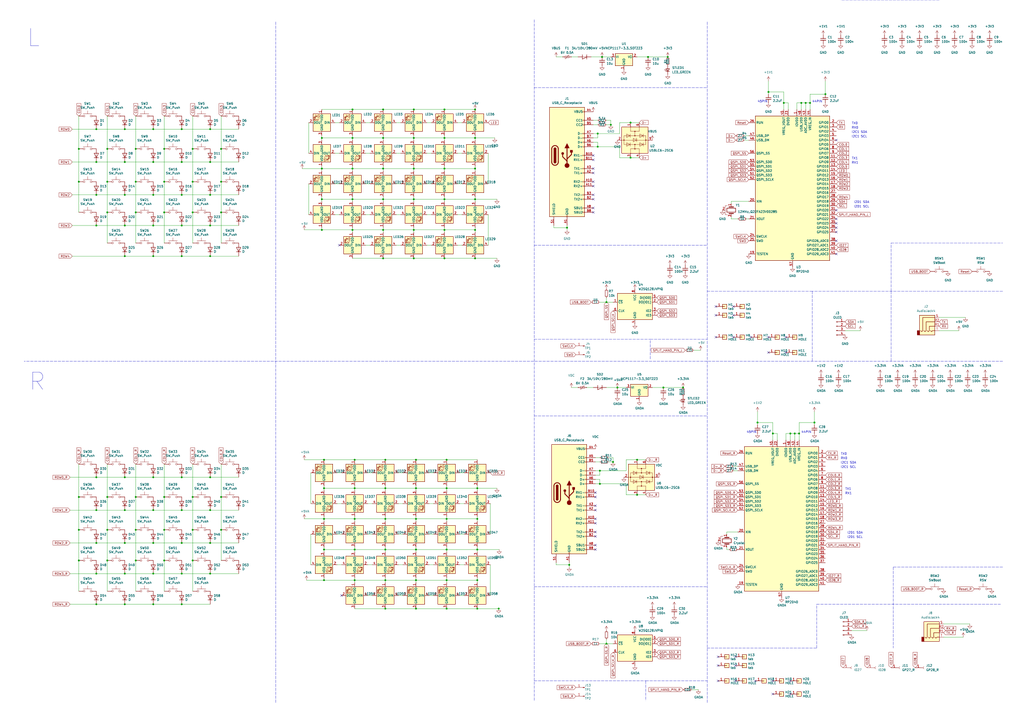
<source format=kicad_sch>
(kicad_sch (version 20211123) (generator eeschema)
  (paper "A2")
  (junction (at 78.74 105.41))
  (junction (at 223.52 266.7))
  (junction (at 88.9 148.59))
  (junction (at 95.25 86.36))
  (junction (at 241.3 318.77))
  (junction (at 240.03 133.35))
  (junction (at 78.74 325.12))
  (junction (at 240.03 115.57))
  (junction (at 111.76 86.36))
  (junction (at 62.23 86.36))
  (junction (at 88.9 74.93))
  (junction (at 121.92 130.81))
  (junction (at 55.88 74.93))
  (junction (at 62.23 105.41))
  (junction (at 95.25 325.12))
  (junction (at 259.08 300.99))
  (junction (at 128.27 288.29))
  (junction (at 222.25 97.79))
  (junction (at 62.23 123.19))
  (junction (at 223.52 283.21))
  (junction (at 78.74 123.19))
  (junction (at 205.74 336.55))
  (junction (at 187.96 300.99))
  (junction (at 72.39 130.81))
  (junction (at 354.33 72.39))
  (junction (at 355.6 267.97))
  (junction (at 223.52 336.55))
  (junction (at 222.25 115.57))
  (junction (at 88.9 93.98))
  (junction (at 55.88 113.03))
  (junction (at 240.03 149.86))
  (junction (at 346.71 77.47))
  (junction (at 276.86 336.55))
  (junction (at 95.25 123.19))
  (junction (at 111.76 325.12))
  (junction (at 72.39 314.96))
  (junction (at 204.47 80.01))
  (junction (at 351.79 373.38))
  (junction (at 105.41 113.03))
  (junction (at 276.86 353.06))
  (junction (at 439.42 245.11))
  (junction (at 275.59 133.35))
  (junction (at 448.31 251.46))
  (junction (at 105.41 93.98))
  (junction (at 330.2 327.66))
  (junction (at 222.25 133.35))
  (junction (at 369.57 266.7))
  (junction (at 88.9 130.81))
  (junction (at 347.98 280.67))
  (junction (at 241.3 283.21))
  (junction (at 458.47 251.46))
  (junction (at 257.81 133.35))
  (junction (at 187.96 318.77))
  (junction (at 204.47 133.35))
  (junction (at 257.81 149.86))
  (junction (at 241.3 336.55))
  (junction (at 384.81 224.79))
  (junction (at 472.44 245.11))
  (junction (at 55.88 93.98))
  (junction (at 365.76 91.44))
  (junction (at 72.39 93.98))
  (junction (at 111.76 307.34))
  (junction (at 205.74 266.7))
  (junction (at 55.88 295.91))
  (junction (at 186.69 80.01))
  (junction (at 72.39 113.03))
  (junction (at 259.08 283.21))
  (junction (at 469.9 59.69))
  (junction (at 223.52 318.77))
  (junction (at 88.9 314.96))
  (junction (at 105.41 74.93))
  (junction (at 105.41 295.91))
  (junction (at 222.25 149.86))
  (junction (at 454.66 59.69))
  (junction (at 72.39 332.74))
  (junction (at 88.9 295.91))
  (junction (at 111.76 123.19))
  (junction (at 275.59 80.01))
  (junction (at 55.88 130.81))
  (junction (at 72.39 148.59))
  (junction (at 55.88 332.74))
  (junction (at 257.81 63.5))
  (junction (at 45.72 86.36))
  (junction (at 187.96 266.7))
  (junction (at 276.86 318.77))
  (junction (at 128.27 123.19))
  (junction (at 62.23 325.12))
  (junction (at 128.27 307.34))
  (junction (at 105.41 314.96))
  (junction (at 105.41 350.52))
  (junction (at 105.41 148.59))
  (junction (at 121.92 148.59))
  (junction (at 241.3 266.7))
  (junction (at 121.92 295.91))
  (junction (at 259.08 318.77))
  (junction (at 88.9 113.03))
  (junction (at 72.39 74.93))
  (junction (at 95.25 105.41))
  (junction (at 186.69 97.79))
  (junction (at 461.01 251.46))
  (junction (at 72.39 350.52))
  (junction (at 289.2882 353.06))
  (junction (at 276.86 283.21))
  (junction (at 478.79 54.61))
  (junction (at 275.59 115.57))
  (junction (at 186.69 133.35))
  (junction (at 445.77 53.34))
  (junction (at 105.41 276.86))
  (junction (at 88.9 276.86))
  (junction (at 121.92 93.98))
  (junction (at 62.23 307.34))
  (junction (at 351.79 175.26))
  (junction (at 275.59 97.79))
  (junction (at 88.9 350.52))
  (junction (at 45.72 307.34))
  (junction (at 257.81 97.79))
  (junction (at 387.35 33.02))
  (junction (at 204.47 63.5))
  (junction (at 275.59 63.5))
  (junction (at 369.57 287.02))
  (junction (at 128.27 86.36))
  (junction (at 105.41 332.74))
  (junction (at 396.24 224.79))
  (junction (at 204.47 97.79))
  (junction (at 128.27 105.41))
  (junction (at 78.74 288.29))
  (junction (at 275.59 149.86))
  (junction (at 223.52 300.99))
  (junction (at 463.55 251.46))
  (junction (at 205.74 300.99))
  (junction (at 276.86 300.99))
  (junction (at 72.39 276.86))
  (junction (at 205.74 283.21))
  (junction (at 186.69 115.57))
  (junction (at 346.71 85.09))
  (junction (at 55.88 314.96))
  (junction (at 121.92 74.93))
  (junction (at 375.92 33.02))
  (junction (at 111.76 288.29))
  (junction (at 62.23 288.29))
  (junction (at 111.76 105.41))
  (junction (at 88.9 332.74))
  (junction (at 259.08 266.7))
  (junction (at 347.98 273.05))
  (junction (at 55.88 276.86))
  (junction (at 223.52 353.06))
  (junction (at 222.25 63.5))
  (junction (at 45.72 288.29))
  (junction (at 259.08 353.06))
  (junction (at 365.76 71.12))
  (junction (at 72.39 295.91))
  (junction (at 464.82 59.69))
  (junction (at 95.25 288.29))
  (junction (at 222.25 80.01))
  (junction (at 467.36 59.69))
  (junction (at 121.92 332.74))
  (junction (at 187.96 336.55))
  (junction (at 121.92 314.96))
  (junction (at 241.3 353.06))
  (junction (at 121.92 113.03))
  (junction (at 55.88 350.52))
  (junction (at 78.74 86.36))
  (junction (at 121.92 276.86))
  (junction (at 45.72 105.41))
  (junction (at 241.3 300.99))
  (junction (at 259.08 336.55))
  (junction (at 257.81 115.57))
  (junction (at 328.93 132.08))
  (junction (at 95.25 307.34))
  (junction (at 205.74 318.77))
  (junction (at 45.72 325.12))
  (junction (at 78.74 307.34))
  (junction (at 105.41 130.81))
  (junction (at 240.03 97.79))
  (junction (at 240.03 80.01))
  (junction (at 257.81 80.01))
  (junction (at 187.96 283.21))
  (junction (at 349.25 33.02))
  (junction (at 204.47 115.57))
  (junction (at 358.14 224.79))
  (junction (at 240.03 63.5))
  (no_connect (at 485.14 81.28))
  (no_connect (at 345.44 303.53))
  (no_connect (at 485.14 147.32))
  (no_connect (at 415.29 177.8))
  (no_connect (at 345.44 311.15))
  (no_connect (at 485.14 132.08))
  (no_connect (at 344.17 120.65))
  (no_connect (at 345.44 288.29))
  (no_connect (at 345.44 285.75))
  (no_connect (at 344.17 92.71))
  (no_connect (at 344.17 90.17))
  (no_connect (at 345.44 293.37))
  (no_connect (at 344.17 107.95))
  (no_connect (at 345.44 308.61))
  (no_connect (at 485.14 127))
  (no_connect (at 415.29 182.88))
  (no_connect (at 485.14 139.7))
  (no_connect (at 344.17 115.57))
  (no_connect (at 485.14 129.54))
  (no_connect (at 345.44 295.91))
  (no_connect (at 416.56 394.97))
  (no_connect (at 415.29 195.58))
  (no_connect (at 345.44 300.99))
  (no_connect (at 458.47 394.97))
  (no_connect (at 345.44 316.23))
  (no_connect (at 416.56 386.08))
  (no_connect (at 344.17 123.19))
  (no_connect (at 345.44 318.77))
  (no_connect (at 438.15 394.97))
  (no_connect (at 448.31 402.59))
  (no_connect (at 426.72 386.08))
  (no_connect (at 344.17 100.33))
  (no_connect (at 458.47 402.59))
  (no_connect (at 426.72 381))
  (no_connect (at 455.93 195.58))
  (no_connect (at 485.14 121.92))
  (no_connect (at 426.72 394.97))
  (no_connect (at 485.14 134.62))
  (no_connect (at 445.77 195.58))
  (no_connect (at 455.93 204.47))
  (no_connect (at 425.45 195.58))
  (no_connect (at 435.61 195.58))
  (no_connect (at 196.85 142.24))
  (no_connect (at 416.56 381))
  (no_connect (at 445.77 204.47))
  (no_connect (at 198.12 345.44))
  (no_connect (at 425.45 177.8))
  (no_connect (at 344.17 97.79))
  (no_connect (at 425.45 182.88))
  (no_connect (at 344.17 113.03))
  (no_connect (at 344.17 105.41))
  (no_connect (at 448.31 394.97))
  (wire (pts (xy 276.86 283.21) (xy 288.29 283.21)))
  (wire (pts (xy 138.43 332.74) (xy 121.92 332.74)))
  (wire (pts (xy 111.76 288.29) (xy 111.76 269.24)))
  (wire (pts (xy 138.43 295.91) (xy 121.92 295.91)))
  (wire (pts (xy 259.08 318.77) (xy 276.86 318.77)))
  (wire (pts (xy 231.14 345.44) (xy 233.68 345.44)))
  (wire (pts (xy 547.37 369.57) (xy 558.8 369.57)))
  (wire (pts (xy 248.92 327.66) (xy 251.46 327.66)))
  (wire (pts (xy 248.92 345.44) (xy 251.46 345.44)))
  (wire (pts (xy 95.25 67.31) (xy 95.25 86.36)))
  (wire (pts (xy 347.98 280.67) (xy 363.22 280.67)))
  (wire (pts (xy 62.23 105.41) (xy 62.23 123.19)))
  (wire (pts (xy 212.09 71.12) (xy 214.63 71.12)))
  (wire (pts (xy 138.43 74.93) (xy 121.92 74.93)))
  (wire (pts (xy 490.22 191.77) (xy 499.11 191.77)))
  (wire (pts (xy 351.79 69.85) (xy 354.33 69.85)))
  (wire (pts (xy 195.58 309.88) (xy 198.12 309.88)))
  (polyline (pts (xy 309.88 196.85) (xy 377.19 196.85)))
  (wire (pts (xy 427.99 273.05) (xy 425.45 273.05)))
  (wire (pts (xy 105.41 113.03) (xy 121.92 113.03)))
  (wire (pts (xy 195.58 274.32) (xy 198.12 274.32)))
  (wire (pts (xy 544.83 184.15) (xy 560.07 184.15)))
  (wire (pts (xy 231.14 274.32) (xy 233.68 274.32)))
  (wire (pts (xy 424.18 116.84) (xy 424.18 118.11)))
  (wire (pts (xy 346.71 80.01) (xy 344.17 80.01)))
  (wire (pts (xy 62.23 342.9) (xy 62.23 325.12)))
  (wire (pts (xy 248.92 309.88) (xy 251.46 309.88)))
  (wire (pts (xy 359.41 77.47) (xy 359.41 71.12)))
  (wire (pts (xy 88.9 350.52) (xy 105.41 350.52)))
  (wire (pts (xy 179.07 71.12) (xy 179.07 88.9)))
  (wire (pts (xy 433.07 127) (xy 434.34 127)))
  (wire (pts (xy 330.2 326.39) (xy 330.2 327.66)))
  (wire (pts (xy 55.88 74.93) (xy 72.39 74.93)))
  (wire (pts (xy 266.7 274.32) (xy 269.24 274.32)))
  (wire (pts (xy 259.08 336.55) (xy 276.86 336.55)))
  (wire (pts (xy 41.91 113.03) (xy 55.88 113.03)))
  (wire (pts (xy 72.39 148.59) (xy 88.9 148.59)))
  (wire (pts (xy 241.3 317.5) (xy 241.3 318.77)))
  (wire (pts (xy 62.23 325.12) (xy 62.23 307.34)))
  (wire (pts (xy 222.25 115.57) (xy 240.03 115.57)))
  (wire (pts (xy 45.72 123.19) (xy 45.72 105.41)))
  (wire (pts (xy 223.52 300.99) (xy 223.52 302.26)))
  (wire (pts (xy 240.03 78.74) (xy 240.03 80.01)))
  (wire (pts (xy 204.47 133.35) (xy 186.69 133.35)))
  (wire (pts (xy 347.98 280.67) (xy 345.44 280.67)))
  (wire (pts (xy 346.71 85.09) (xy 359.41 85.09)))
  (wire (pts (xy 128.27 123.19) (xy 128.27 140.97)))
  (wire (pts (xy 462.28 59.69) (xy 464.82 59.69)))
  (wire (pts (xy 111.76 86.36) (xy 111.76 105.41)))
  (wire (pts (xy 363.22 280.67) (xy 363.22 287.02)))
  (wire (pts (xy 204.47 132.08) (xy 204.47 133.35)))
  (wire (pts (xy 289.2882 353.06) (xy 289.56 353.06)))
  (wire (pts (xy 195.58 327.66) (xy 198.12 327.66)))
  (wire (pts (xy 266.7 327.66) (xy 269.24 327.66)))
  (wire (pts (xy 223.52 299.72) (xy 223.52 300.99)))
  (wire (pts (xy 41.91 74.93) (xy 55.88 74.93)))
  (wire (pts (xy 194.31 124.46) (xy 196.85 124.46)))
  (wire (pts (xy 363.22 266.7) (xy 369.57 266.7)))
  (wire (pts (xy 45.72 105.41) (xy 45.72 86.36)))
  (wire (pts (xy 275.59 132.08) (xy 275.59 133.35)))
  (wire (pts (xy 351.79 370.84) (xy 351.79 373.38)))
  (wire (pts (xy 369.57 266.7) (xy 374.65 266.7)))
  (wire (pts (xy 186.69 78.74) (xy 186.69 80.01)))
  (wire (pts (xy 72.39 276.86) (xy 88.9 276.86)))
  (wire (pts (xy 241.3 318.77) (xy 241.3 320.04)))
  (wire (pts (xy 186.69 63.5) (xy 204.47 63.5)))
  (wire (pts (xy 259.08 283.21) (xy 259.08 284.48)))
  (wire (pts (xy 55.88 276.86) (xy 72.39 276.86)))
  (wire (pts (xy 111.76 67.31) (xy 111.76 86.36)))
  (wire (pts (xy 445.77 53.34) (xy 445.77 54.61)))
  (wire (pts (xy 365.76 71.12) (xy 370.84 71.12)))
  (wire (pts (xy 205.74 318.77) (xy 205.74 320.04)))
  (wire (pts (xy 346.71 77.47) (xy 359.41 77.47)))
  (wire (pts (xy 450.85 251.46) (xy 450.85 255.27)))
  (wire (pts (xy 78.74 86.36) (xy 78.74 105.41)))
  (wire (pts (xy 345.44 273.05) (xy 347.98 273.05)))
  (wire (pts (xy 223.52 318.77) (xy 241.3 318.77)))
  (wire (pts (xy 222.25 133.35) (xy 240.03 133.35)))
  (wire (pts (xy 472.44 245.11) (xy 472.44 246.38)))
  (wire (pts (xy 463.55 245.11) (xy 463.55 251.46)))
  (wire (pts (xy 351.79 72.39) (xy 354.33 72.39)))
  (wire (pts (xy 186.69 80.01) (xy 186.69 81.28)))
  (wire (pts (xy 284.48 327.66) (xy 284.48 345.44)))
  (wire (pts (xy 95.25 325.12) (xy 95.25 307.34)))
  (wire (pts (xy 128.27 67.31) (xy 128.27 86.36)))
  (wire (pts (xy 445.77 46.99) (xy 445.77 53.34)))
  (wire (pts (xy 223.52 318.77) (xy 223.52 320.04)))
  (wire (pts (xy 283.21 88.9) (xy 283.21 106.68)))
  (wire (pts (xy 187.96 317.5) (xy 187.96 318.77)))
  (wire (pts (xy 347.98 273.05) (xy 347.98 275.59)))
  (wire (pts (xy 180.34 274.32) (xy 180.34 292.1)))
  (wire (pts (xy 223.52 317.5) (xy 223.52 318.77)))
  (wire (pts (xy 322.58 326.39) (xy 322.58 327.66)))
  (wire (pts (xy 229.87 124.46) (xy 232.41 124.46)))
  (polyline (pts (xy 374.65 394.97) (xy 374.65 406.4)))
  (wire (pts (xy 212.09 106.68) (xy 214.63 106.68)))
  (wire (pts (xy 259.08 318.77) (xy 259.08 320.04)))
  (wire (pts (xy 45.72 288.29) (xy 45.72 269.24)))
  (wire (pts (xy 464.82 59.69) (xy 464.82 63.5)))
  (wire (pts (xy 458.47 251.46) (xy 461.01 251.46)))
  (wire (pts (xy 186.69 114.3) (xy 186.69 115.57)))
  (wire (pts (xy 257.81 132.08) (xy 257.81 133.35)))
  (wire (pts (xy 421.64 318.77) (xy 422.91 318.77)))
  (wire (pts (xy 176.53 133.35) (xy 186.69 133.35)))
  (wire (pts (xy 455.93 251.46) (xy 458.47 251.46)))
  (wire (pts (xy 95.25 105.41) (xy 95.25 123.19)))
  (wire (pts (xy 88.9 113.03) (xy 105.41 113.03)))
  (wire (pts (xy 275.59 80.01) (xy 287.02 80.01)))
  (wire (pts (xy 342.9 33.02) (xy 349.25 33.02)))
  (wire (pts (xy 457.2 59.69) (xy 454.66 59.69)))
  (wire (pts (xy 88.9 148.59) (xy 105.41 148.59)))
  (wire (pts (xy 223.52 283.21) (xy 223.52 284.48)))
  (wire (pts (xy 353.06 265.43) (xy 355.6 265.43)))
  (wire (pts (xy 257.81 149.86) (xy 275.59 149.86)))
  (wire (pts (xy 111.76 307.34) (xy 111.76 325.12)))
  (wire (pts (xy 259.08 300.99) (xy 276.86 300.99)))
  (wire (pts (xy 463.55 251.46) (xy 463.55 255.27)))
  (wire (pts (xy 111.76 123.19) (xy 111.76 105.41)))
  (wire (pts (xy 369.57 287.02) (xy 374.65 287.02)))
  (wire (pts (xy 347.98 175.26) (xy 351.79 175.26)))
  (polyline (pts (xy 518.16 328.93) (xy 518.16 375.92)))
  (wire (pts (xy 240.03 97.79) (xy 240.03 99.06)))
  (wire (pts (xy 406.4 203.2) (xy 402.59 203.2)))
  (wire (pts (xy 347.98 278.13) (xy 347.98 280.67)))
  (wire (pts (xy 431.8 78.74) (xy 434.34 78.74)))
  (wire (pts (xy 275.59 96.52) (xy 275.59 97.79)))
  (wire (pts (xy 62.23 288.29) (xy 62.23 307.34)))
  (wire (pts (xy 222.25 115.57) (xy 222.25 116.84)))
  (wire (pts (xy 128.27 325.12) (xy 128.27 307.34)))
  (wire (pts (xy 331.47 224.79) (xy 335.28 224.79)))
  (wire (pts (xy 186.69 115.57) (xy 204.47 115.57)))
  (wire (pts (xy 204.47 78.74) (xy 204.47 80.01)))
  (wire (pts (xy 275.59 80.01) (xy 275.59 81.28)))
  (wire (pts (xy 322.58 33.02) (xy 326.39 33.02)))
  (wire (pts (xy 231.14 327.66) (xy 233.68 327.66)))
  (wire (pts (xy 283.21 124.46) (xy 283.21 142.24)))
  (wire (pts (xy 223.52 300.99) (xy 241.3 300.99)))
  (wire (pts (xy 457.2 59.69) (xy 457.2 63.5)))
  (wire (pts (xy 240.03 63.5) (xy 257.81 63.5)))
  (wire (pts (xy 347.98 273.05) (xy 363.22 273.05)))
  (wire (pts (xy 177.8 336.55) (xy 187.96 336.55)))
  (wire (pts (xy 204.47 97.79) (xy 222.25 97.79)))
  (wire (pts (xy 55.88 113.03) (xy 72.39 113.03)))
  (wire (pts (xy 72.39 295.91) (xy 55.88 295.91)))
  (wire (pts (xy 204.47 97.79) (xy 204.47 99.06)))
  (wire (pts (xy 240.03 96.52) (xy 240.03 97.79)))
  (wire (pts (xy 223.52 353.06) (xy 241.3 353.06)))
  (wire (pts (xy 222.25 80.01) (xy 222.25 81.28)))
  (wire (pts (xy 259.08 300.99) (xy 259.08 302.26)))
  (wire (pts (xy 363.22 273.05) (xy 363.22 266.7)))
  (wire (pts (xy 351.79 224.79) (xy 358.14 224.79)))
  (wire (pts (xy 105.41 350.52) (xy 121.92 350.52)))
  (wire (pts (xy 424.18 125.73) (xy 424.18 127)))
  (wire (pts (xy 434.34 81.28) (xy 431.8 81.28)))
  (wire (pts (xy 241.3 335.28) (xy 241.3 336.55)))
  (wire (pts (xy 204.47 115.57) (xy 222.25 115.57)))
  (wire (pts (xy 205.74 266.7) (xy 223.52 266.7)))
  (wire (pts (xy 257.81 80.01) (xy 257.81 81.28)))
  (wire (pts (xy 257.81 63.5) (xy 275.59 63.5)))
  (wire (pts (xy 266.7 292.1) (xy 269.24 292.1)))
  (wire (pts (xy 204.47 115.57) (xy 204.47 116.84)))
  (wire (pts (xy 365.76 91.44) (xy 370.84 91.44)))
  (wire (pts (xy 195.58 292.1) (xy 198.12 292.1)))
  (wire (pts (xy 176.53 266.7) (xy 187.96 266.7)))
  (wire (pts (xy 266.7 309.88) (xy 269.24 309.88)))
  (wire (pts (xy 257.81 97.79) (xy 257.81 99.06)))
  (wire (pts (xy 204.47 114.3) (xy 204.47 115.57)))
  (polyline (pts (xy 516.89 168.91) (xy 516.89 140.97)))
  (polyline (pts (xy 160.02 12.7) (xy 160.02 407.67)))
  (wire (pts (xy 229.87 71.12) (xy 232.41 71.12)))
  (polyline (pts (xy 410.21 375.92) (xy 473.71 375.92)))
  (wire (pts (xy 213.36 292.1) (xy 215.9 292.1)))
  (wire (pts (xy 231.14 309.88) (xy 233.68 309.88)))
  (wire (pts (xy 186.69 97.79) (xy 204.47 97.79)))
  (wire (pts (xy 344.17 82.55) (xy 346.71 82.55)))
  (wire (pts (xy 478.79 54.61) (xy 469.9 54.61)))
  (wire (pts (xy 259.08 283.21) (xy 276.86 283.21)))
  (wire (pts (xy 345.44 265.43) (xy 347.98 265.43)))
  (wire (pts (xy 121.92 93.98) (xy 105.41 93.98)))
  (wire (pts (xy 276.86 318.77) (xy 276.86 320.04)))
  (wire (pts (xy 205.74 336.55) (xy 187.96 336.55)))
  (wire (pts (xy 421.64 317.5) (xy 421.64 318.77)))
  (polyline (pts (xy 581.66 209.55) (xy 13.97 209.55)))
  (wire (pts (xy 275.59 97.79) (xy 275.59 99.06)))
  (wire (pts (xy 204.47 63.5) (xy 222.25 63.5)))
  (wire (pts (xy 240.03 115.57) (xy 240.03 116.84)))
  (polyline (pts (xy 544.83 0) (xy 487.68 0)))
  (wire (pts (xy 345.44 278.13) (xy 347.98 278.13)))
  (wire (pts (xy 186.69 80.01) (xy 204.47 80.01)))
  (wire (pts (xy 240.03 133.35) (xy 240.03 134.62)))
  (wire (pts (xy 121.92 130.81) (xy 105.41 130.81)))
  (wire (pts (xy 321.31 132.08) (xy 328.93 132.08)))
  (wire (pts (xy 284.48 292.1) (xy 284.48 309.88)))
  (wire (pts (xy 55.88 93.98) (xy 41.91 93.98)))
  (wire (pts (xy 105.41 276.86) (xy 121.92 276.86)))
  (wire (pts (xy 105.41 295.91) (xy 88.9 295.91)))
  (wire (pts (xy 105.41 74.93) (xy 88.9 74.93)))
  (wire (pts (xy 55.88 295.91) (xy 40.64 295.91)))
  (wire (pts (xy 265.43 124.46) (xy 267.97 124.46)))
  (wire (pts (xy 111.76 307.34) (xy 111.76 288.29)))
  (wire (pts (xy 223.52 283.21) (xy 241.3 283.21)))
  (polyline (pts (xy 473.71 375.92) (xy 473.71 350.52)))
  (wire (pts (xy 105.41 130.81) (xy 88.9 130.81)))
  (wire (pts (xy 448.31 251.46) (xy 448.31 255.27)))
  (wire (pts (xy 128.27 105.41) (xy 128.27 123.19)))
  (wire (pts (xy 187.96 300.99) (xy 205.74 300.99)))
  (wire (pts (xy 359.41 91.44) (xy 365.76 91.44)))
  (wire (pts (xy 222.25 97.79) (xy 240.03 97.79)))
  (wire (pts (xy 247.65 142.24) (xy 250.19 142.24)))
  (wire (pts (xy 347.98 373.38) (xy 351.79 373.38)))
  (wire (pts (xy 72.39 350.52) (xy 88.9 350.52)))
  (wire (pts (xy 322.58 327.66) (xy 330.2 327.66)))
  (wire (pts (xy 421.64 308.61) (xy 427.99 308.61)))
  (wire (pts (xy 424.18 127) (xy 427.99 127)))
  (wire (pts (xy 241.3 336.55) (xy 241.3 337.82)))
  (wire (pts (xy 128.27 269.24) (xy 128.27 288.29)))
  (wire (pts (xy 445.77 53.34) (xy 454.66 53.34)))
  (wire (pts (xy 55.88 332.74) (xy 40.64 332.74)))
  (polyline (pts (xy 377.19 196.85) (xy 410.21 196.85)))
  (wire (pts (xy 421.64 308.61) (xy 421.64 309.88)))
  (wire (pts (xy 222.25 133.35) (xy 222.25 134.62)))
  (wire (pts (xy 276.86 353.06) (xy 289.2882 353.06)))
  (wire (pts (xy 40.64 350.52) (xy 55.88 350.52)))
  (wire (pts (xy 240.03 80.01) (xy 257.81 80.01)))
  (wire (pts (xy 259.08 353.06) (xy 276.86 353.06)))
  (wire (pts (xy 213.36 274.32) (xy 215.9 274.32)))
  (polyline (pts (xy 309.88 11.43) (xy 309.88 406.4)))
  (wire (pts (xy 328.93 130.81) (xy 328.93 132.08)))
  (wire (pts (xy 229.87 88.9) (xy 232.41 88.9)))
  (wire (pts (xy 494.03 365.76) (xy 502.92 365.76)))
  (wire (pts (xy 384.81 224.79) (xy 396.24 224.79)))
  (wire (pts (xy 259.08 335.28) (xy 259.08 336.55)))
  (wire (pts (xy 222.25 96.52) (xy 222.25 97.79)))
  (wire (pts (xy 204.47 133.35) (xy 204.47 134.62)))
  (wire (pts (xy 347.98 275.59) (xy 345.44 275.59)))
  (wire (pts (xy 72.39 93.98) (xy 88.9 93.98)))
  (wire (pts (xy 187.96 336.55) (xy 187.96 335.28)))
  (wire (pts (xy 205.74 299.72) (xy 205.74 300.99)))
  (wire (pts (xy 363.22 287.02) (xy 369.57 287.02)))
  (wire (pts (xy 88.9 295.91) (xy 72.39 295.91)))
  (wire (pts (xy 241.3 283.21) (xy 259.08 283.21)))
  (wire (pts (xy 78.74 325.12) (xy 78.74 307.34)))
  (wire (pts (xy 257.81 133.35) (xy 257.81 134.62)))
  (wire (pts (xy 247.65 106.68) (xy 250.19 106.68)))
  (wire (pts (xy 78.74 288.29) (xy 78.74 269.24)))
  (wire (pts (xy 354.33 69.85) (xy 354.33 72.39)))
  (wire (pts (xy 187.96 318.77) (xy 205.74 318.77)))
  (wire (pts (xy 45.72 307.34) (xy 45.72 288.29)))
  (wire (pts (xy 454.66 59.69) (xy 454.66 63.5)))
  (wire (pts (xy 259.08 317.5) (xy 259.08 318.77)))
  (wire (pts (xy 544.83 191.77) (xy 556.26 191.77)))
  (wire (pts (xy 351.79 175.26) (xy 355.6 175.26)))
  (polyline (pts (xy 309.88 142.24) (xy 410.21 142.24)))
  (wire (pts (xy 265.43 106.68) (xy 267.97 106.68)))
  (wire (pts (xy 105.41 332.74) (xy 88.9 332.74)))
  (wire (pts (xy 128.27 288.29) (xy 128.27 307.34)))
  (wire (pts (xy 205.74 335.28) (xy 205.74 336.55)))
  (wire (pts (xy 105.41 314.96) (xy 121.92 314.96)))
  (wire (pts (xy 266.7 345.44) (xy 269.24 345.44)))
  (wire (pts (xy 276.86 318.77) (xy 289.56 318.77)))
  (wire (pts (xy 205.74 317.5) (xy 205.74 318.77)))
  (wire (pts (xy 247.65 124.46) (xy 250.19 124.46)))
  (wire (pts (xy 425.45 270.51) (xy 427.99 270.51)))
  (polyline (pts (xy 410.21 168.91) (xy 471.17 168.91)))
  (wire (pts (xy 186.69 97.79) (xy 186.69 99.06)))
  (polyline (pts (xy 410.21 12.7) (xy 410.21 407.67)))
  (wire (pts (xy 345.44 267.97) (xy 347.98 267.97)))
  (wire (pts (xy 275.59 114.3) (xy 275.59 115.57)))
  (polyline (pts (xy 309.88 50.8) (xy 410.21 50.8)))
  (wire (pts (xy 41.91 148.59) (xy 72.39 148.59)))
  (wire (pts (xy 186.69 115.57) (xy 186.69 116.84)))
  (wire (pts (xy 105.41 148.59) (xy 121.92 148.59)))
  (wire (pts (xy 205.74 336.55) (xy 205.74 337.82)))
  (wire (pts (xy 454.66 53.34) (xy 454.66 59.69)))
  (wire (pts (xy 180.34 309.88) (xy 180.34 327.66)))
  (wire (pts (xy 121.92 332.74) (xy 105.41 332.74)))
  (wire (pts (xy 241.3 300.99) (xy 241.3 302.26)))
  (wire (pts (xy 205.74 353.06) (xy 223.52 353.06)))
  (wire (pts (xy 257.81 80.01) (xy 275.59 80.01)))
  (wire (pts (xy 257.81 133.35) (xy 275.59 133.35)))
  (wire (pts (xy 461.01 251.46) (xy 461.01 255.27)))
  (wire (pts (xy 257.81 97.79) (xy 275.59 97.79)))
  (wire (pts (xy 78.74 86.36) (xy 78.74 67.31)))
  (wire (pts (xy 222.25 63.5) (xy 240.03 63.5)))
  (wire (pts (xy 222.25 114.3) (xy 222.25 115.57)))
  (wire (pts (xy 205.74 283.21) (xy 223.52 283.21)))
  (wire (pts (xy 328.93 132.08) (xy 328.93 133.35)))
  (wire (pts (xy 222.25 97.79) (xy 222.25 99.06)))
  (wire (pts (xy 275.59 115.57) (xy 288.29 115.57)))
  (wire (pts (xy 265.43 142.24) (xy 267.97 142.24)))
  (wire (pts (xy 359.41 71.12) (xy 365.76 71.12)))
  (wire (pts (xy 344.17 72.39) (xy 346.71 72.39)))
  (polyline (pts (xy 581.66 168.91) (xy 471.17 168.91)))
  (wire (pts (xy 458.47 251.46) (xy 458.47 255.27)))
  (wire (pts (xy 241.3 266.7) (xy 259.08 266.7)))
  (wire (pts (xy 469.9 54.61) (xy 469.9 59.69)))
  (wire (pts (xy 78.74 342.9) (xy 78.74 325.12)))
  (wire (pts (xy 187.96 266.7) (xy 205.74 266.7)))
  (wire (pts (xy 222.25 80.01) (xy 240.03 80.01)))
  (wire (pts (xy 240.03 132.08) (xy 240.03 133.35)))
  (wire (pts (xy 222.25 78.74) (xy 222.25 80.01)))
  (wire (pts (xy 95.25 288.29) (xy 95.25 307.34)))
  (wire (pts (xy 187.96 283.21) (xy 205.74 283.21)))
  (wire (pts (xy 204.47 149.86) (xy 222.25 149.86)))
  (wire (pts (xy 259.08 336.55) (xy 259.08 337.82)))
  (wire (pts (xy 259.08 266.7) (xy 276.86 266.7)))
  (wire (pts (xy 346.71 82.55) (xy 346.71 85.09)))
  (polyline (pts (xy 377.19 208.28) (xy 377.19 196.85)))
  (wire (pts (xy 179.07 106.68) (xy 179.07 124.46)))
  (wire (pts (xy 257.81 96.52) (xy 257.81 97.79)))
  (wire (pts (xy 229.87 142.24) (xy 232.41 142.24)))
  (wire (pts (xy 121.92 295.91) (xy 105.41 295.91)))
  (wire (pts (xy 212.09 88.9) (xy 214.63 88.9)))
  (polyline (pts (xy 309.88 241.3) (xy 410.21 241.3)))
  (wire (pts (xy 186.69 96.52) (xy 186.69 97.79)))
  (wire (pts (xy 276.86 300.99) (xy 276.86 302.26)))
  (wire (pts (xy 240.03 115.57) (xy 257.81 115.57)))
  (wire (pts (xy 223.52 336.55) (xy 241.3 336.55)))
  (wire (pts (xy 55.88 314.96) (xy 72.39 314.96)))
  (wire (pts (xy 223.52 335.28) (xy 223.52 336.55)))
  (wire (pts (xy 344.17 69.85) (xy 346.71 69.85)))
  (wire (pts (xy 72.39 314.96) (xy 88.9 314.96)))
  (wire (pts (xy 321.31 130.81) (xy 321.31 132.08)))
  (wire (pts (xy 204.47 133.35) (xy 222.25 133.35)))
  (polyline (pts (xy 581.66 328.93) (xy 518.16 328.93)))
  (polyline (pts (xy 309.88 340.36) (xy 410.21 340.36)))
  (wire (pts (xy 275.59 115.57) (xy 275.59 116.84)))
  (wire (pts (xy 121.92 276.86) (xy 138.43 276.86)))
  (wire (pts (xy 448.31 245.11) (xy 448.31 251.46)))
  (wire (pts (xy 62.23 86.36) (xy 62.23 105.41)))
  (wire (pts (xy 351.79 172.72) (xy 351.79 175.26)))
  (wire (pts (xy 241.3 318.77) (xy 259.08 318.77)))
  (wire (pts (xy 62.23 269.24) (xy 62.23 288.29)))
  (polyline (pts (xy 374.65 394.97) (xy 410.21 394.97)))
  (wire (pts (xy 478.79 46.99) (xy 478.79 54.61)))
  (wire (pts (xy 88.9 130.81) (xy 72.39 130.81)))
  (wire (pts (xy 205.74 318.77) (xy 223.52 318.77)))
  (wire (pts (xy 276.86 336.55) (xy 276.86 337.82)))
  (wire (pts (xy 138.43 130.81) (xy 121.92 130.81)))
  (wire (pts (xy 257.81 115.57) (xy 257.81 116.84)))
  (wire (pts (xy 213.36 345.44) (xy 215.9 345.44)))
  (wire (pts (xy 455.93 251.46) (xy 455.93 255.27)))
  (wire (pts (xy 204.47 81.28) (xy 204.47 80.01)))
  (wire (pts (xy 259.08 299.72) (xy 259.08 300.99)))
  (wire (pts (xy 241.3 283.21) (xy 241.3 284.48)))
  (wire (pts (xy 358.14 224.79) (xy 363.22 224.79)))
  (wire (pts (xy 62.23 140.97) (xy 62.23 123.19)))
  (wire (pts (xy 111.76 342.9) (xy 111.76 325.12)))
  (wire (pts (xy 187.96 300.99) (xy 187.96 302.26)))
  (polyline (pts (xy 309.88 394.97) (xy 374.65 394.97)))
  (wire (pts (xy 276.86 283.21) (xy 276.86 284.48)))
  (wire (pts (xy 276.86 317.5) (xy 276.86 318.77)))
  (wire (pts (xy 275.59 149.86) (xy 288.29 149.86)))
  (wire (pts (xy 95.25 140.97) (xy 95.25 123.19)))
  (wire (pts (xy 257.81 114.3) (xy 257.81 115.57)))
  (wire (pts (xy 176.53 300.99) (xy 187.96 300.99)))
  (wire (pts (xy 330.2 327.66) (xy 330.2 328.93)))
  (wire (pts (xy 55.88 350.52) (xy 72.39 350.52)))
  (wire (pts (xy 95.25 269.24) (xy 95.25 288.29)))
  (wire (pts (xy 240.03 114.3) (xy 240.03 115.57)))
  (wire (pts (xy 186.69 133.35) (xy 186.69 132.08)))
  (wire (pts (xy 351.79 373.38) (xy 355.6 373.38)))
  (wire (pts (xy 212.09 124.46) (xy 214.63 124.46)))
  (wire (pts (xy 472.44 238.76) (xy 472.44 245.11)))
  (wire (pts (xy 138.43 93.98) (xy 121.92 93.98)))
  (wire (pts (xy 241.3 281.94) (xy 241.3 283.21)))
  (wire (pts (xy 240.03 133.35) (xy 257.81 133.35)))
  (wire (pts (xy 72.39 332.74) (xy 55.88 332.74)))
  (wire (pts (xy 439.42 245.11) (xy 439.42 246.38)))
  (wire (pts (xy 205.74 300.99) (xy 205.74 302.26)))
  (wire (pts (xy 194.31 71.12) (xy 196.85 71.12)))
  (wire (pts (xy 223.52 266.7) (xy 241.3 266.7)))
  (wire (pts (xy 241.3 336.55) (xy 259.08 336.55)))
  (wire (pts (xy 248.92 292.1) (xy 251.46 292.1)))
  (polyline (pts (xy 516.89 168.91) (xy 516.89 209.55)))
  (wire (pts (xy 223.52 336.55) (xy 223.52 337.82)))
  (wire (pts (xy 247.65 88.9) (xy 250.19 88.9)))
  (wire (pts (xy 257.81 78.74) (xy 257.81 80.01)))
  (polyline (pts (xy 473.71 350.52) (xy 580.39 350.52)))
  (wire (pts (xy 78.74 140.97) (xy 78.74 123.19)))
  (polyline (pts (xy 516.89 140.97) (xy 581.66 140.97)))
  (wire (pts (xy 424.18 116.84) (xy 434.34 116.84)))
  (wire (pts (xy 72.39 130.81) (xy 55.88 130.81)))
  (wire (pts (xy 346.71 85.09) (xy 344.17 85.09)))
  (wire (pts (xy 241.3 300.99) (xy 259.08 300.99)))
  (wire (pts (xy 405.13 400.05) (xy 401.32 400.05)))
  (wire (pts (xy 439.42 238.76) (xy 439.42 245.11)))
  (wire (pts (xy 257.81 115.57) (xy 275.59 115.57)))
  (wire (pts (xy 265.43 71.12) (xy 267.97 71.12)))
  (wire (pts (xy 105.41 314.96) (xy 88.9 314.96)))
  (wire (pts (xy 241.3 299.72) (xy 241.3 300.99)))
  (wire (pts (xy 240.03 149.86) (xy 257.81 149.86)))
  (polyline (pts (xy 471.17 168.91) (xy 471.17 209.55)))
  (wire (pts (xy 204.47 96.52) (xy 204.47 97.79)))
  (wire (pts (xy 121.92 148.59) (xy 138.43 148.59)))
  (wire (pts (xy 187.96 299.72) (xy 187.96 300.99)))
  (wire (pts (xy 95.25 86.36) (xy 95.25 105.41)))
  (wire (pts (xy 378.46 224.79) (xy 384.81 224.79)))
  (wire (pts (xy 276.86 299.72) (xy 276.86 300.99)))
  (wire (pts (xy 275.59 133.35) (xy 275.59 134.62)))
  (wire (pts (xy 355.6 265.43) (xy 355.6 267.97)))
  (wire (pts (xy 467.36 59.69) (xy 467.36 63.5)))
  (wire (pts (xy 240.03 97.79) (xy 257.81 97.79)))
  (wire (pts (xy 205.74 336.55) (xy 223.52 336.55)))
  (wire (pts (xy 275.59 80.01) (xy 275.59 78.74)))
  (wire (pts (xy 247.65 71.12) (xy 250.19 71.12)))
  (wire (pts (xy 72.39 93.98) (xy 55.88 93.98)))
  (wire (pts (xy 187.96 281.94) (xy 187.96 283.21)))
  (wire (pts (xy 547.37 361.95) (xy 562.61 361.95)))
  (wire (pts (xy 78.74 288.29) (xy 78.74 307.34)))
  (wire (pts (xy 259.08 281.94) (xy 259.08 283.21)))
  (wire (pts (xy 276.86 335.28) (xy 276.86 336.55)))
  (wire (pts (xy 88.9 332.74) (xy 72.39 332.74)))
  (wire (pts (xy 205.74 300.99) (xy 223.52 300.99)))
  (wire (pts (xy 467.36 59.69) (xy 469.9 59.69)))
  (wire (pts (xy 40.64 276.86) (xy 55.88 276.86)))
  (wire (pts (xy 194.31 88.9) (xy 196.85 88.9)))
  (wire (pts (xy 40.64 314.96) (xy 55.88 314.96)))
  (wire (pts (xy 55.88 130.81) (xy 41.91 130.81)))
  (wire (pts (xy 276.86 283.21) (xy 276.86 281.94)))
  (wire (pts (xy 121.92 113.03) (xy 138.43 113.03)))
  (wire (pts (xy 205.74 281.94) (xy 205.74 283.21)))
  (wire (pts (xy 331.47 33.02) (xy 335.28 33.02)))
  (wire (pts (xy 375.92 33.02) (xy 387.35 33.02)))
  (wire (pts (xy 340.36 224.79) (xy 344.17 224.79)))
  (wire (pts (xy 45.72 86.36) (xy 45.72 67.31)))
  (wire (pts (xy 344.17 77.47) (xy 346.71 77.47)))
  (wire (pts (xy 349.25 33.02) (xy 354.33 33.02)))
  (wire (pts (xy 72.39 113.03) (xy 88.9 113.03)))
  (wire (pts (xy 121.92 314.96) (xy 138.43 314.96)))
  (wire (pts (xy 222.25 149.86) (xy 240.03 149.86)))
  (wire (pts (xy 450.85 251.46) (xy 448.31 251.46)))
  (wire (pts (xy 248.92 274.32) (xy 251.46 274.32)))
  (wire (pts (xy 105.41 276.86) (xy 88.9 276.86)))
  (wire (pts (xy 472.44 245.11) (xy 463.55 245.11)))
  (wire (pts (xy 213.36 309.88) (xy 215.9 309.88)))
  (wire (pts (xy 353.06 267.97) (xy 355.6 267.97)))
  (wire (pts (xy 346.71 77.47) (xy 346.71 80.01)))
  (wire (pts (xy 369.57 33.02) (xy 375.92 33.02)))
  (wire (pts (xy 204.47 80.01) (xy 222.25 80.01)))
  (wire (pts (xy 187.96 283.21) (xy 187.96 284.48)))
  (wire (pts (xy 265.43 88.9) (xy 267.97 88.9)))
  (wire (pts (xy 439.42 245.11) (xy 448.31 245.11)))
  (wire (pts (xy 194.31 106.68) (xy 196.85 106.68)))
  (wire (pts (xy 45.72 325.12) (xy 45.72 307.34)))
  (wire (pts (xy 223.52 281.94) (xy 223.52 283.21)))
  (wire (pts (xy 229.87 106.68) (xy 232.41 106.68)))
  (wire (pts (xy 187.96 318.77) (xy 187.96 320.04)))
  (wire (pts (xy 205.74 284.48) (xy 205.74 283.21)))
  (wire (pts (xy 222.25 132.08) (xy 222.25 133.35)))
  (wire (pts (xy 105.41 93.98) (xy 88.9 93.98)))
  (wire (pts (xy 469.9 59.69) (xy 469.9 63.5)))
  (wire (pts (xy 45.72 342.9) (xy 45.72 325.12)))
  (wire (pts (xy 62.23 67.31) (xy 62.23 86.36)))
  (wire (pts (xy 95.25 342.9) (xy 95.25 325.12)))
  (wire (pts (xy 462.28 59.69) (xy 462.28 63.5)))
  (wire (pts (xy 88.9 74.93) (xy 72.39 74.93)))
  (wire (pts (xy 461.01 251.46) (xy 463.55 251.46)))
  (wire (pts (xy 121.92 74.93) (xy 105.41 74.93)))
  (wire (pts (xy 213.36 327.66) (xy 215.9 327.66)))
  (wire (pts (xy 231.14 292.1) (xy 233.68 292.1)))
  (wire (pts (xy 464.82 59.69) (xy 467.36 59.69)))
  (wire (pts (xy 111.76 140.97) (xy 111.76 123.19)))
  (wire (pts (xy 241.3 353.06) (xy 259.08 353.06)))
  (wire (pts (xy 175.26 97.79) (xy 186.69 97.79)))
  (wire (pts (xy 240.03 80.01) (xy 240.03 81.28)))
  (wire (pts (xy 128.27 105.41) (xy 128.27 86.36)))
  (wire (pts (xy 212.09 142.24) (xy 214.63 142.24)))
  (wire (pts (xy 78.74 123.19) (xy 78.74 105.41)))
  (wire (pts (xy 359.41 85.09) (xy 359.41 91.44)))
  (text "RX1" (at 494.03 95.25 0) (effects (font (size 1.27 1.27)) (justify left bottom)))
  (text "45PIN" (at 439.42 59.69 0) (effects (font (size 1.27 1.27)) (justify left bottom)))
  (text "I2D1 SDA" (at 491.49 309.88 0) (effects (font (size 1.27 1.27)) (justify left bottom)))
  (text "RX1" (at 490.22 287.02 0) (effects (font (size 1.27 1.27)) (justify left bottom)))
  (text "L" (at 15.24 27.94 0) (effects (font (size 10.0076 10.0076)) (justify left bottom)))
  (text "I2C1 SCL" (at 487.68 271.78 0) (effects (font (size 1.27 1.27)) (justify left bottom)))
  (text "R\n" (at 16.51 227.33 0) (effects (font (size 10.0076 10.0076)) (justify left bottom)))
  (text "RX0" (at 494.03 74.93 0) (effects (font (size 1.27 1.27)) (justify left bottom)))
  (text "TX1" (at 494.03 92.71 0) (effects (font (size 1.27 1.27)) (justify left bottom)))
  (text "TX0" (at 487.68 264.16 0) (effects (font (size 1.27 1.27)) (justify left bottom)))
  (text "44PIN" (at 471.17 59.69 0) (effects (font (size 1.27 1.27)) (justify left bottom)))
  (text "I2D1 SDA" (at 495.3 118.11 0) (effects (font (size 1.27 1.27)) (justify left bottom)))
  (text "RX0" (at 487.68 266.7 0) (effects (font (size 1.27 1.27)) (justify left bottom)))
  (text "TX1" (at 490.22 284.48 0) (effects (font (size 1.27 1.27)) (justify left bottom)))
  (text "I2C1 SDA" (at 494.03 77.47 0) (effects (font (size 1.27 1.27)) (justify left bottom)))
  (text "TX0" (at 494.03 72.39 0) (effects (font (size 1.27 1.27)) (justify left bottom)))
  (text "I2D1 SCL" (at 491.49 312.42 0) (effects (font (size 1.27 1.27)) (justify left bottom)))
  (text "I2D1 SCL" (at 495.3 120.65 0) (effects (font (size 1.27 1.27)) (justify left bottom)))
  (text "45PIN" (at 433.07 251.46 0) (effects (font (size 1.27 1.27)) (justify left bottom)))
  (text "I2C1 SCL" (at 494.03 80.01 0) (effects (font (size 1.27 1.27)) (justify left bottom)))
  (text "I2C1 SDA" (at 487.68 269.24 0) (effects (font (size 1.27 1.27)) (justify left bottom)))
  (text "44PIN" (at 464.82 251.46 0) (effects (font (size 1.27 1.27)) (justify left bottom)))
  (global_label "QSPI_SD1_R" (shape input) (at 381 373.38 0) (property "Intersheet References" "${INTERSHEET_REFS}" (effects hide)))
  (global_label "ROW2" (shape input) (at 41.91 113.03 180) (property "Intersheet References" "${INTERSHEET_REFS}" (effects hide)))
  (global_label "SCL_R" (shape input) (at 478.79 311.15 0) (property "Intersheet References" "${INTERSHEET_REFS}" (effects hide)))
  (global_label "TX_R" (shape input) (at 478.79 262.89 0) (property "シート間のリファレンス" "${INTERSHEET_REFS}" (effects hide)))
  (global_label "SWD_R" (shape input) (at 427.99 331.47 180) (property "Intersheet References" "${INTERSHEET_REFS}" (effects hide)))
  (global_label "COL0" (shape input) (at 45.72 67.31 90) (property "Intersheet References" "${INTERSHEET_REFS}" (effects hide)))
  (global_label "Reset" (shape input) (at 434.34 71.12 180) (property "Intersheet References" "${INTERSHEET_REFS}" (effects hide)))
  (global_label "SCL" (shape input) (at 490.22 189.23 0) (property "Intersheet References" "${INTERSHEET_REFS}" (effects hide)))
  (global_label "QSPI_SD3_R" (shape input) (at 381 381 0) (property "Intersheet References" "${INTERSHEET_REFS}" (effects hide)))
  (global_label "ROW4" (shape input) (at 485.14 114.3 0) (property "Intersheet References" "${INTERSHEET_REFS}" (effects hide)))
  (global_label "ROW1" (shape input) (at 41.91 93.98 180) (property "Intersheet References" "${INTERSHEET_REFS}" (effects hide)))
  (global_label "LED" (shape input) (at 283.21 71.12 0) (property "Intersheet References" "${INTERSHEET_REFS}" (effects hide)))
  (global_label "QSPI_SD2_R" (shape input) (at 427.99 290.83 180) (property "Intersheet References" "${INTERSHEET_REFS}" (effects hide)))
  (global_label "ROW3" (shape input) (at 485.14 109.22 0) (property "Intersheet References" "${INTERSHEET_REFS}" (effects hide)))
  (global_label "ROW1_R" (shape input) (at 478.79 295.91 0) (property "Intersheet References" "${INTERSHEET_REFS}" (effects hide)))
  (global_label "COL4_R" (shape input) (at 478.79 285.75 0) (property "Intersheet References" "${INTERSHEET_REFS}" (effects hide)))
  (global_label "ROW4" (shape input) (at 41.91 148.59 180) (property "Intersheet References" "${INTERSHEET_REFS}" (effects hide)))
  (global_label "QSPI_SD1" (shape input) (at 381 175.26 0) (property "Intersheet References" "${INTERSHEET_REFS}" (effects hide)))
  (global_label "SWCLK_R" (shape input) (at 334.01 398.78 180) (property "Intersheet References" "${INTERSHEET_REFS}" (effects hide)))
  (global_label "COL5_R" (shape input) (at 478.79 288.29 0) (property "Intersheet References" "${INTERSHEET_REFS}" (effects hide)))
  (global_label "USB_BOOT_R" (shape input) (at 537.21 341.63 180) (property "Intersheet References" "${INTERSHEET_REFS}" (effects hide)))
  (global_label "RX" (shape input) (at 485.14 73.66 0) (property "シート間のリファレンス" "${INTERSHEET_REFS}" (effects hide)))
  (global_label "USB_BOOT_R" (shape input) (at 342.9 373.38 180) (property "Intersheet References" "${INTERSHEET_REFS}" (effects hide)))
  (global_label "D-" (shape input) (at 370.84 71.12 0) (property "Intersheet References" "${INTERSHEET_REFS}" (effects hide)))
  (global_label "IO28" (shape input) (at 502.92 387.35 90) (property "シート間のリファレンス" "${INTERSHEET_REFS}" (effects hide)))
  (global_label "IO28_R" (shape input) (at 530.86 387.35 90) (property "シート間のリファレンス" "${INTERSHEET_REFS}" (effects hide)))
  (global_label "USB_BOOT" (shape input) (at 539.75 157.48 180) (property "Intersheet References" "${INTERSHEET_REFS}" (effects hide)))
  (global_label "QSPI_SCLK" (shape input) (at 355.6 180.34 270) (property "Intersheet References" "${INTERSHEET_REFS}" (effects hide)))
  (global_label "QSPI_SCLK_R" (shape input) (at 427.99 295.91 180) (property "Intersheet References" "${INTERSHEET_REFS}" (effects hide)))
  (global_label "QSPI_SD0_R" (shape input) (at 427.99 285.75 180) (property "Intersheet References" "${INTERSHEET_REFS}" (effects hide)))
  (global_label "COL1_R" (shape input) (at 478.79 278.13 0) (property "Intersheet References" "${INTERSHEET_REFS}" (effects hide)))
  (global_label "D+" (shape input) (at 370.84 91.44 0) (property "Intersheet References" "${INTERSHEET_REFS}" (effects hide)))
  (global_label "IO27" (shape input) (at 488.95 387.35 90) (property "シート間のリファレンス" "${INTERSHEET_REFS}" (effects hide)))
  (global_label "COL3_R" (shape input) (at 478.79 283.21 0) (property "Intersheet References" "${INTERSHEET_REFS}" (effects hide)))
  (global_label "COL4_R" (shape input) (at 62.23 269.24 90) (property "Intersheet References" "${INTERSHEET_REFS}" (effects hide)))
  (global_label "SDA_R" (shape input) (at 494.03 360.68 0) (property "Intersheet References" "${INTERSHEET_REFS}" (effects hide)))
  (global_label "ROW1" (shape input) (at 485.14 104.14 0) (property "Intersheet References" "${INTERSHEET_REFS}" (effects hide)))
  (global_label "TX" (shape input) (at 544.83 186.69 0) (property "シート間のリファレンス" "${INTERSHEET_REFS}" (effects hide)))
  (global_label "SPLIT_HAND_PIN_L" (shape input) (at 397.51 203.2 180) (property "Intersheet References" "${INTERSHEET_REFS}" (effects hide)))
  (global_label "COL5" (shape input) (at 485.14 96.52 0) (property "Intersheet References" "${INTERSHEET_REFS}" (effects hide)))
  (global_label "ROW3_R" (shape input) (at 478.79 300.99 0) (property "Intersheet References" "${INTERSHEET_REFS}" (effects hide)))
  (global_label "QSPI_SD0" (shape input) (at 434.34 93.98 180) (property "Intersheet References" "${INTERSHEET_REFS}" (effects hide)))
  (global_label "COL2_R" (shape input) (at 95.25 269.24 90) (property "Intersheet References" "${INTERSHEET_REFS}" (effects hide)))
  (global_label "ROW2_R" (shape input) (at 40.64 314.96 180) (property "Intersheet References" "${INTERSHEET_REFS}" (effects hide)))
  (global_label "ROW0_R" (shape input) (at 40.64 276.86 180) (property "Intersheet References" "${INTERSHEET_REFS}" (effects hide)))
  (global_label "RX_R" (shape input) (at 547.37 364.49 0) (property "シート間のリファレンス" "${INTERSHEET_REFS}" (effects hide)))
  (global_label "QSPI_SD0" (shape input) (at 381 172.72 0) (property "Intersheet References" "${INTERSHEET_REFS}" (effects hide)))
  (global_label "SDA" (shape input) (at 490.22 186.69 0) (property "Intersheet References" "${INTERSHEET_REFS}" (effects hide)))
  (global_label "D+" (shape input) (at 426.72 78.74 180) (property "Intersheet References" "${INTERSHEET_REFS}" (effects hide)))
  (global_label "QSPI_SD3" (shape input) (at 381 182.88 0) (property "Intersheet References" "${INTERSHEET_REFS}" (effects hide)))
  (global_label "SWD" (shape input) (at 334.01 205.74 180) (property "Intersheet References" "${INTERSHEET_REFS}" (effects hide)))
  (global_label "ROW3" (shape input) (at 41.91 130.81 180) (property "Intersheet References" "${INTERSHEET_REFS}" (effects hide)))
  (global_label "SWCLK" (shape input) (at 434.34 137.16 180) (property "Intersheet References" "${INTERSHEET_REFS}" (effects hide)))
  (global_label "SPLIT_HAND_PIN_L" (shape input) (at 485.14 124.46 0) (property "Intersheet References" "${INTERSHEET_REFS}" (effects hide)))
  (global_label "COL3_R" (shape input) (at 78.74 269.24 90) (property "Intersheet References" "${INTERSHEET_REFS}" (effects hide)))
  (global_label "COL0_R" (shape input) (at 128.27 269.24 90) (property "Intersheet References" "${INTERSHEET_REFS}" (effects hide)))
  (global_label "IO27_R" (shape input) (at 478.79 334.01 0) (property "シート間のリファレンス" "${INTERSHEET_REFS}" (effects hide)))
  (global_label "QSPI_SD2" (shape input) (at 381 180.34 0) (property "Intersheet References" "${INTERSHEET_REFS}" (effects hide)))
  (global_label "SCL" (shape input) (at 485.14 119.38 0) (property "Intersheet References" "${INTERSHEET_REFS}" (effects hide)))
  (global_label "IO27_R" (shape input) (at 516.89 387.35 90) (property "シート間のリファレンス" "${INTERSHEET_REFS}" (effects hide)))
  (global_label "SCL_R" (shape input) (at 494.03 363.22 0) (property "Intersheet References" "${INTERSHEET_REFS}" (effects hide)))
  (global_label "QSPI_SS_R" (shape input) (at 427.99 280.67 180) (property "Intersheet References" "${INTERSHEET_REFS}" (effects hide)))
  (global_label "SWD_R" (shape input) (at 334.01 403.86 180) (property "Intersheet References" "${INTERSHEET_REFS}" (effects hide)))
  (global_label "COL5" (shape input) (at 128.27 67.31 90) (property "Intersheet References" "${INTERSHEET_REFS}" (effects hide)))
  (global_label "D-_R" (shape input) (at 420.37 273.05 180) (property "Intersheet References" "${INTERSHEET_REFS}" (effects hide)))
  (global_label "ROW0_R" (shape input) (at 478.79 293.37 0) (property "Intersheet References" "${INTERSHEET_REFS}" (effects hide)))
  (global_label "COL4" (shape input) (at 111.76 67.31 90) (property "Intersheet References" "${INTERSHEET_REFS}" (effects hide)))
  (global_label "D+_R" (shape input) (at 374.65 287.02 0) (property "Intersheet References" "${INTERSHEET_REFS}" (effects hide)))
  (global_label "QSPI_SS" (shape input) (at 351.79 175.26 270) (property "Intersheet References" "${INTERSHEET_REFS}" (effects hide)))
  (global_label "QSPI_SD2_R" (shape input) (at 381 378.46 0) (property "Intersheet References" "${INTERSHEET_REFS}" (effects hide)))
  (global_label "Reset_R" (shape input) (at 565.15 341.63 180) (property "Intersheet References" "${INTERSHEET_REFS}" (effects hide)))
  (global_label "Reset" (shape input) (at 563.88 157.48 180) (property "Intersheet References" "${INTERSHEET_REFS}" (effects hide)))
  (global_label "D-_R" (shape input) (at 374.65 266.7 0) (property "Intersheet References" "${INTERSHEET_REFS}" (effects hide)))
  (global_label "ROW2" (shape input) (at 485.14 106.68 0) (property "Intersheet References" "${INTERSHEET_REFS}" (effects hide)))
  (global_label "IO28" (shape input) (at 485.14 144.78 0) (property "シート間のリファレンス" "${INTERSHEET_REFS}" (effects hide)))
  (global_label "ROW0" (shape input) (at 41.91 74.93 180) (property "Intersheet References" "${INTERSHEET_REFS}" (effects hide)))
  (global_label "IO28_R" (shape input) (at 478.79 336.55 0) (property "シート間のリファレンス" "${INTERSHEET_REFS}" (effects hide)))
  (global_label "ROW2_R" (shape input) (at 478.79 298.45 0) (property "Intersheet References" "${INTERSHEET_REFS}" (effects hide)))
  (global_label "QSPI_SD1_R" (shape input) (at 427.99 288.29 180) (property "Intersheet References" "${INTERSHEET_REFS}" (effects hide)))
  (global_label "COL2" (shape input) (at 78.74 67.31 90) (property "Intersheet References" "${INTERSHEET_REFS}" (effects hide)))
  (global_label "QSPI_SD1" (shape input) (at 434.34 96.52 180) (property "Intersheet References" "${INTERSHEET_REFS}" (effects hide)))
  (global_label "RX_R" (shape input) (at 478.79 265.43 0) (property "シート間のリファレンス" "${INTERSHEET_REFS}" (effects hide)))
  (global_label "LED" (shape input) (at 485.14 99.06 0) (property "Intersheet References" "${INTERSHEET_REFS}" (effects hide)))
  (global_label "COL2_R" (shape input) (at 478.79 280.67 0) (property "Intersheet References" "${INTERSHEET_REFS}" (effects hide)))
  (global_label "ROW4_R" (shape input) (at 478.79 306.07 0) (property "Intersheet References" "${INTERSHEET_REFS}" (effects hide)))
  (global_label "ROW0" (shape input) (at 485.14 101.6 0) (property "Intersheet References" "${INTERSHEET_REFS}" (effects hide)))
  (global_label "QSPI_SD3" (shape input) (at 434.34 101.6 180) (property "Intersheet References" "${INTERSHEET_REFS}" (effects hide)))
  (global_label "D+_R" (shape input) (at 420.37 270.51 180) (property "Intersheet References" "${INTERSHEET_REFS}" (effects hide)))
  (global_label "COL3" (shape input) (at 95.25 67.31 90) (property "Intersheet References" "${INTERSHEET_REFS}" (effects hide)))
  (global_label "ROW4_R" (shape input) (at 40.64 350.52 180) (property "Intersheet References" "${INTERSHEET_REFS}" (effects hide)))
  (global_label "QSPI_SS" (shape input) (at 434.34 88.9 180) (property "Intersheet References" "${INTERSHEET_REFS}" (effects hide)))
  (global_label "TX_R" (shape input) (at 547.37 367.03 0) (property "シート間のリファレンス" "${INTERSHEET_REFS}" (effects hide)))
  (global_label "SDA" (shape input) (at 485.14 116.84 0) (property "Intersheet References" "${INTERSHEET_REFS}" (effects hide)))
  (global_label "SWCLK_R" (shape input) (at 427.99 328.93 180) (property "Intersheet References" "${INTERSHEET_REFS}" (effects hide)))
  (global_label "SPLIT_HAND_PIN_R" (shape input) (at 396.24 400.05 180) (property "Intersheet References" "${INTERSHEET_REFS}" (effects hide)))
  (global_label "SWD" (shape input) (at 434.34 139.7 180) (property "Intersheet References" "${INTERSHEET_REFS}" (effects hide)))
  (global_label "QSPI_SD3_R" (shape input) (at 427.99 293.37 180) (property "Intersheet References" "${INTERSHEET_REFS}" (effects hide)))
  (global_label "COL0_R" (shape input) (at 478.79 275.59 0) (property "Intersheet References" "${INTERSHEET_REFS}" (effects hide)))
  (global_label "RX" (shape input) (at 544.83 189.23 0) (property "シート間のリファレンス" "${INTERSHEET_REFS}" (effects hide)))
  (global_label "QSPI_SCLK" (shape input) (at 434.34 104.14 180) (property "Intersheet References" "${INTERSHEET_REFS}" (effects hide)))
  (global_label "COL1" (shape input) (at 62.23 67.31 90) (property "Intersheet References" "${INTERSHEET_REFS}" (effects hide)))
  (global_label "SWCLK" (shape input) (at 334.01 200.66 180) (property "Intersheet References" "${INTERSHEET_REFS}" (effects hide)))
  (global_label "ROW1_R" (shape input) (at 40.64 295.91 180) (property "Intersheet References" "${INTERSHEET_REFS}" (effects hide)))
  (global_label "SDA_R" (shape input) (at 478.79 308.61 0) (property "Intersheet References" "${INTERSHEET_REFS}" (effects hide)))
  (global_label "COL1" (shape input) (at 485.14 86.36 0) (property "Intersheet References" "${INTERSHEET_REFS}" (effects hide)))
  (global_label "QSPI_SD2" (shape input) (at 434.34 99.06 180) (property "Intersheet References" "${INTERSHEET_REFS}" (effects hide)))
  (global_label "SPLIT_HAND_PIN_R" (shape input) (at 478.79 316.23 0) (property "Intersheet References" "${INTERSHEET_REFS}" (effects hide)))
  (global_label "IO27" (shape input) (at 485.14 142.24 0) (property "シート間のリファレンス" "${INTERSHEET_REFS}" (effects hide)))
  (global_label "LED_R" (shape input) (at 478.79 290.83 0) (property "Intersheet References" "${INTERSHEET_REFS}" (effects hide)))
  (global_label "TX" (shape input) (at 485.14 71.12 0) (property "シート間のリファレンス" "${INTERSHEET_REFS}" (effects hide)))
  (global_label "COL0" (shape input) (at 485.14 83.82 0) (property "Intersheet References" "${INTERSHEET_REFS}" (effects hide)))
  (global_label "COL3" (shape input) (at 485.14 91.44 0) (property "Intersheet References" "${INTERSHEET_REFS}" (effects hide)))
  (global_label "COL4" (shape input) (at 485.14 93.98 0) (property "Intersheet References" "${INTERSHEET_REFS}" (effects hide)))
  (global_label "LED_R" (shape input) (at 284.48 274.32 0) (property "Intersheet References" "${INTERSHEET_REFS}" (effects hide)))
  (global_label "QSPI_SCLK_R" (shape input) (at 355.6 378.46 270) (property "Intersheet References" "${INTERSHEET_REFS}" (effects hide)))
  (global_label "D-" (shape input) (at 426.72 81.28 180) (property "Intersheet References" "${INTERSHEET_REFS}" (effects hide)))
  (global_label "Reset_R" (shape input) (at 427.99 262.89 180) (property "Intersheet References" "${INTERSHEET_REFS}" (effects hide)))
  (global_label "COL1_R" (shape input) (at 111.76 269.24 90) (property "Intersheet References" "${INTERSHEET_REFS}" (effects hide)))
  (global_label "ROW3_R" (shape input) (at 40.64 332.74 180) (property "Intersheet References" "${INTERSHEET_REFS}" (effects hide)))
  (global_label "COL2" (shape input) (at 485.14 88.9 0) (property "Intersheet References" "${INTERSHEET_REFS}" (effects hide)))
  (global_label "QSPI_SD0_R" (shape input) (at 381 370.84 0) (property "Intersheet References" "${INTERSHEET_REFS}" (effects hide)))
  (global_label "QSPI_SS_R" (shape input) (at 351.79 373.38 270) (property "Intersheet References" "${INTERSHEET_REFS}" (effects hide)))
  (global_label "COL5_R" (shape input) (at 45.72 269.24 90) (property "Intersheet References" "${INTERSHEET_REFS}" (effects hide)))
  (global_label "USB_BOOT" (shape input) (at 342.9 175.26 180) (property "Intersheet References" "${INTERSHEET_REFS}" (effects hide)))
  (symbol (lib_id "Switch:SW_Push") (at 50.8 269.24 0) (unit 1)
    (property "Reference" "SW30" (at 50.8 262.001 0))
    (property "Value" "SW_Push" (at 50.8 264.3124 0))
    (property "Footprint" "yuchi_kbd:MX_Socket" (effects hide))
  )
  (symbol (lib_id "Device:D") (at 55.88 273.05 90) (unit 1)
    (property "Reference" "D30" (at 57.912 271.8816 90) (effects (justify right)))
    (property "Value" "D" (at 57.912 274.193 90) (effects (justify right)))
    (property "Footprint" "Diode_SMD:D_SOD-123" (effects hide))
  )
  (symbol (lib_id "Switch:SW_Push") (at 83.82 269.24 0) (unit 1)
    (property "Reference" "SW32" (at 83.82 262.001 0))
    (property "Value" "SW_Push" (at 83.82 264.3124 0))
    (property "Footprint" "yuchi_kbd:MX_Socket" (effects hide))
  )
  (symbol (lib_id "Device:D") (at 88.9 273.05 90) (unit 1)
    (property "Reference" "D32" (at 90.932 271.8816 90) (effects (justify right)))
    (property "Value" "D" (at 90.932 274.193 90) (effects (justify right)))
    (property "Footprint" "Diode_SMD:D_SOD-123" (effects hide))
  )
  (symbol (lib_id "Switch:SW_Push") (at 67.31 269.24 0) (unit 1)
    (property "Reference" "SW31" (at 67.31 262.001 0))
    (property "Value" "SW_Push" (at 67.31 264.3124 0))
    (property "Footprint" "yuchi_kbd:MX_Socket" (effects hide))
  )
  (symbol (lib_id "Device:D") (at 72.39 273.05 90) (unit 1)
    (property "Reference" "D31" (at 74.422 271.8816 90) (effects (justify right)))
    (property "Value" "D" (at 74.422 274.193 90) (effects (justify right)))
    (property "Footprint" "Diode_SMD:D_SOD-123" (effects hide))
  )
  (symbol (lib_id "Switch:SW_Push") (at 100.33 269.24 0) (unit 1)
    (property "Reference" "SW33" (at 100.33 262.001 0))
    (property "Value" "SW_Push" (at 100.33 264.3124 0))
    (property "Footprint" "yuchi_kbd:MX_Socket" (effects hide))
  )
  (symbol (lib_id "Device:D") (at 105.41 273.05 90) (unit 1)
    (property "Reference" "D33" (at 107.442 271.8816 90) (effects (justify right)))
    (property "Value" "D" (at 107.442 274.193 90) (effects (justify right)))
    (property "Footprint" "Diode_SMD:D_SOD-123" (effects hide))
  )
  (symbol (lib_id "Switch:SW_Push") (at 133.35 269.24 0) (unit 1)
    (property "Reference" "SW35" (at 133.35 262.001 0))
    (property "Value" "SW_Push" (at 133.35 264.3124 0))
    (property "Footprint" "yuchi_kbd:MX_Socket" (effects hide))
  )
  (symbol (lib_id "Device:D") (at 138.43 273.05 90) (unit 1)
    (property "Reference" "D35" (at 140.462 271.8816 90) (effects (justify right)))
    (property "Value" "D" (at 140.462 274.193 90) (effects (justify right)))
    (property "Footprint" "Diode_SMD:D_SOD-123" (effects hide))
  )
  (symbol (lib_id "Switch:SW_Push") (at 116.84 269.24 0) (unit 1)
    (property "Reference" "SW34" (at 116.84 262.001 0))
    (property "Value" "SW_Push" (at 116.84 264.3124 0))
    (property "Footprint" "yuchi_kbd:MX_Socket" (effects hide))
  )
  (symbol (lib_id "Device:D") (at 121.92 273.05 90) (unit 1)
    (property "Reference" "D34" (at 123.952 271.8816 90) (effects (justify right)))
    (property "Value" "D" (at 123.952 274.193 90) (effects (justify right)))
    (property "Footprint" "Diode_SMD:D_SOD-123" (effects hide))
  )
  (symbol (lib_id "Device:D") (at 72.39 292.1 90) (unit 1)
    (property "Reference" "D37" (at 74.422 290.9316 90) (effects (justify right)))
    (property "Value" "D" (at 74.422 293.243 90) (effects (justify right)))
    (property "Footprint" "Diode_SMD:D_SOD-123" (effects hide))
  )
  (symbol (lib_id "Switch:SW_Push") (at 67.31 288.29 0) (unit 1)
    (property "Reference" "SW37" (at 67.31 281.051 0))
    (property "Value" "SW_Push" (at 67.31 283.3624 0))
    (property "Footprint" "yuchi_kbd:MX_Socket" (effects hide))
  )
  (symbol (lib_id "Device:D") (at 88.9 292.1 90) (unit 1)
    (property "Reference" "D38" (at 90.932 290.9316 90) (effects (justify right)))
    (property "Value" "D" (at 90.932 293.243 90) (effects (justify right)))
    (property "Footprint" "Diode_SMD:D_SOD-123" (effects hide))
  )
  (symbol (lib_id "Switch:SW_Push") (at 83.82 288.29 0) (unit 1)
    (property "Reference" "SW38" (at 83.82 281.051 0))
    (property "Value" "SW_Push" (at 83.82 283.3624 0))
    (property "Footprint" "yuchi_kbd:MX_Socket" (effects hide))
  )
  (symbol (lib_id "Device:D") (at 55.88 292.1 90) (unit 1)
    (property "Reference" "D36" (at 57.912 290.9316 90) (effects (justify right)))
    (property "Value" "D" (at 57.912 293.243 90) (effects (justify right)))
    (property "Footprint" "Diode_SMD:D_SOD-123" (effects hide))
  )
  (symbol (lib_id "Switch:SW_Push") (at 50.8 288.29 0) (unit 1)
    (property "Reference" "SW36" (at 50.8 281.051 0))
    (property "Value" "SW_Push" (at 50.8 283.3624 0))
    (property "Footprint" "yuchi_kbd:MX_Socket" (effects hide))
  )
  (symbol (lib_id "Switch:SW_Push") (at 100.33 288.29 0) (unit 1)
    (property "Reference" "SW39" (at 100.33 281.051 0))
    (property "Value" "SW_Push" (at 100.33 283.3624 0))
    (property "Footprint" "yuchi_kbd:MX_Socket" (effects hide))
  )
  (symbol (lib_id "Device:D") (at 105.41 292.1 90) (unit 1)
    (property "Reference" "D39" (at 107.442 290.9316 90) (effects (justify right)))
    (property "Value" "D" (at 107.442 293.243 90) (effects (justify right)))
    (property "Footprint" "Diode_SMD:D_SOD-123" (effects hide))
  )
  (symbol (lib_id "Switch:SW_Push") (at 133.35 288.29 0) (unit 1)
    (property "Reference" "SW41" (at 133.35 281.051 0))
    (property "Value" "SW_Push" (at 133.35 283.3624 0))
    (property "Footprint" "yuchi_kbd:MX_Socket" (effects hide))
  )
  (symbol (lib_id "Device:D") (at 138.43 292.1 90) (unit 1)
    (property "Reference" "D41" (at 140.462 290.9316 90) (effects (justify right)))
    (property "Value" "D" (at 140.462 293.243 90) (effects (justify right)))
    (property "Footprint" "Diode_SMD:D_SOD-123" (effects hide))
  )
  (symbol (lib_id "Switch:SW_Push") (at 116.84 288.29 0) (unit 1)
    (property "Reference" "SW40" (at 116.84 281.051 0))
    (property "Value" "SW_Push" (at 116.84 283.3624 0))
    (property "Footprint" "yuchi_kbd:MX_Socket" (effects hide))
  )
  (symbol (lib_id "Device:D") (at 121.92 292.1 90) (unit 1)
    (property "Reference" "D40" (at 123.952 290.9316 90) (effects (justify right)))
    (property "Value" "D" (at 123.952 293.243 90) (effects (justify right)))
    (property "Footprint" "Diode_SMD:D_SOD-123" (effects hide))
  )
  (symbol (lib_id "Device:D") (at 72.39 311.15 90) (unit 1)
    (property "Reference" "D43" (at 74.422 309.9816 90) (effects (justify right)))
    (property "Value" "D" (at 74.422 312.293 90) (effects (justify right)))
    (property "Footprint" "Diode_SMD:D_SOD-123" (effects hide))
  )
  (symbol (lib_id "Switch:SW_Push") (at 67.31 307.34 0) (unit 1)
    (property "Reference" "SW43" (at 67.31 300.101 0))
    (property "Value" "SW_Push" (at 67.31 302.4124 0))
    (property "Footprint" "yuchi_kbd:MX_Socket" (effects hide))
  )
  (symbol (lib_id "Device:D") (at 88.9 311.15 90) (unit 1)
    (property "Reference" "D44" (at 90.932 309.9816 90) (effects (justify right)))
    (property "Value" "D" (at 90.932 312.293 90) (effects (justify right)))
    (property "Footprint" "Diode_SMD:D_SOD-123" (effects hide))
  )
  (symbol (lib_id "Switch:SW_Push") (at 83.82 307.34 0) (unit 1)
    (property "Reference" "SW44" (at 83.82 300.101 0))
    (property "Value" "SW_Push" (at 83.82 302.4124 0))
    (property "Footprint" "yuchi_kbd:MX_Socket" (effects hide))
  )
  (symbol (lib_id "Device:D") (at 55.88 311.15 90) (unit 1)
    (property "Reference" "D42" (at 57.912 309.9816 90) (effects (justify right)))
    (property "Value" "D" (at 57.912 312.293 90) (effects (justify right)))
    (property "Footprint" "Diode_SMD:D_SOD-123" (effects hide))
  )
  (symbol (lib_id "Switch:SW_Push") (at 50.8 307.34 0) (unit 1)
    (property "Reference" "SW42" (at 50.8 300.101 0))
    (property "Value" "SW_Push" (at 50.8 302.4124 0))
    (property "Footprint" "yuchi_kbd:MX_Socket" (effects hide))
  )
  (symbol (lib_id "Switch:SW_Push") (at 100.33 307.34 0) (unit 1)
    (property "Reference" "SW45" (at 100.33 300.101 0))
    (property "Value" "SW_Push" (at 100.33 302.4124 0))
    (property "Footprint" "yuchi_kbd:MX_Socket" (effects hide))
  )
  (symbol (lib_id "Device:D") (at 105.41 311.15 90) (unit 1)
    (property "Reference" "D45" (at 107.442 309.9816 90) (effects (justify right)))
    (property "Value" "D" (at 107.442 312.293 90) (effects (justify right)))
    (property "Footprint" "Diode_SMD:D_SOD-123" (effects hide))
  )
  (symbol (lib_id "Switch:SW_Push") (at 133.35 307.34 0) (unit 1)
    (property "Reference" "SW47" (at 133.35 300.101 0))
    (property "Value" "SW_Push" (at 133.35 302.4124 0))
    (property "Footprint" "yuchi_kbd:MX_Socket" (effects hide))
  )
  (symbol (lib_id "Device:D") (at 138.43 311.15 90) (unit 1)
    (property "Reference" "D47" (at 140.462 309.9816 90) (effects (justify right)))
    (property "Value" "D" (at 140.462 312.293 90) (effects (justify right)))
    (property "Footprint" "Diode_SMD:D_SOD-123" (effects hide))
  )
  (symbol (lib_id "Switch:SW_Push") (at 116.84 307.34 0) (unit 1)
    (property "Reference" "SW46" (at 116.84 300.101 0))
    (property "Value" "SW_Push" (at 116.84 302.4124 0))
    (property "Footprint" "yuchi_kbd:MX_Socket" (effects hide))
  )
  (symbol (lib_id "Device:D") (at 121.92 311.15 90) (unit 1)
    (property "Reference" "D46" (at 123.952 309.9816 90) (effects (justify right)))
    (property "Value" "D" (at 123.952 312.293 90) (effects (justify right)))
    (property "Footprint" "Diode_SMD:D_SOD-123" (effects hide))
  )
  (symbol (lib_id "Device:D") (at 72.39 328.93 90) (unit 1)
    (property "Reference" "D49" (at 74.422 327.7616 90) (effects (justify right)))
    (property "Value" "D" (at 74.422 330.073 90) (effects (justify right)))
    (property "Footprint" "Diode_SMD:D_SOD-123" (effects hide))
  )
  (symbol (lib_id "Switch:SW_Push") (at 67.31 325.12 0) (unit 1)
    (property "Reference" "SW49" (at 67.31 317.881 0))
    (property "Value" "SW_Push" (at 67.31 320.1924 0))
    (property "Footprint" "yuchi_kbd:MX_Socket" (effects hide))
  )
  (symbol (lib_id "Device:D") (at 88.9 328.93 90) (unit 1)
    (property "Reference" "D50" (at 90.932 327.7616 90) (effects (justify right)))
    (property "Value" "D" (at 90.932 330.073 90) (effects (justify right)))
    (property "Footprint" "Diode_SMD:D_SOD-123" (effects hide))
  )
  (symbol (lib_id "Switch:SW_Push") (at 83.82 325.12 0) (unit 1)
    (property "Reference" "SW50" (at 83.82 317.881 0))
    (property "Value" "SW_Push" (at 83.82 320.1924 0))
    (property "Footprint" "yuchi_kbd:MX_Socket" (effects hide))
  )
  (symbol (lib_id "Device:D") (at 55.88 328.93 90) (unit 1)
    (property "Reference" "D48" (at 57.912 327.7616 90) (effects (justify right)))
    (property "Value" "D" (at 57.912 330.073 90) (effects (justify right)))
    (property "Footprint" "Diode_SMD:D_SOD-123" (effects hide))
  )
  (symbol (lib_id "Switch:SW_Push") (at 50.8 325.12 0) (unit 1)
    (property "Reference" "SW48" (at 50.8 317.881 0))
    (property "Value" "SW_Push" (at 50.8 320.1924 0))
    (property "Footprint" "yuchi_kbd:MX_Socket" (effects hide))
  )
  (symbol (lib_id "Switch:SW_Push") (at 100.33 325.12 0) (unit 1)
    (property "Reference" "SW51" (at 100.33 317.881 0))
    (property "Value" "SW_Push" (at 100.33 320.1924 0))
    (property "Footprint" "yuchi_kbd:MX_Socket" (effects hide))
  )
  (symbol (lib_id "Device:D") (at 105.41 328.93 90) (unit 1)
    (property "Reference" "D51" (at 107.442 327.7616 90) (effects (justify right)))
    (property "Value" "D" (at 107.442 330.073 90) (effects (justify right)))
    (property "Footprint" "Diode_SMD:D_SOD-123" (effects hide))
  )
  (symbol (lib_id "Switch:SW_Push") (at 133.35 325.12 0) (unit 1)
    (property "Reference" "SW53" (at 133.35 317.881 0))
    (property "Value" "SW_Push" (at 133.35 320.1924 0))
    (property "Footprint" "yuchi_kbd:MX_Socket" (effects hide))
  )
  (symbol (lib_id "Device:D") (at 138.43 328.93 90) (unit 1)
    (property "Reference" "D53" (at 140.462 327.7616 90) (effects (justify right)))
    (property "Value" "D" (at 140.462 330.073 90) (effects (justify right)))
    (property "Footprint" "Diode_SMD:D_SOD-123" (effects hide))
  )
  (symbol (lib_id "Switch:SW_Push") (at 116.84 325.12 0) (unit 1)
    (property "Reference" "SW52" (at 116.84 317.881 0))
    (property "Value" "SW_Push" (at 116.84 320.1924 0))
    (property "Footprint" "yuchi_kbd:MX_Socket" (effects hide))
  )
  (symbol (lib_id "Device:D") (at 121.92 328.93 90) (unit 1)
    (property "Reference" "D52" (at 123.952 327.7616 90) (effects (justify right)))
    (property "Value" "D" (at 123.952 330.073 90) (effects (justify right)))
    (property "Footprint" "Diode_SMD:D_SOD-123" (effects hide))
  )
  (symbol (lib_id "Device:D") (at 72.39 346.71 90) (unit 1)
    (property "Reference" "D55" (at 74.422 345.5416 90) (effects (justify right)))
    (property "Value" "D" (at 74.422 347.853 90) (effects (justify right)))
    (property "Footprint" "Diode_SMD:D_SOD-123" (effects hide))
  )
  (symbol (lib_id "Switch:SW_Push") (at 67.31 342.9 0) (unit 1)
    (property "Reference" "SW55" (at 67.31 335.661 0))
    (property "Value" "SW_Push" (at 67.31 337.9724 0))
    (property "Footprint" "yuchi_kbd:MX_Socket" (effects hide))
  )
  (symbol (lib_id "Device:D") (at 88.9 346.71 90) (unit 1)
    (property "Reference" "D56" (at 90.932 345.5416 90) (effects (justify right)))
    (property "Value" "D" (at 90.932 347.853 90) (effects (justify right)))
    (property "Footprint" "Diode_SMD:D_SOD-123" (effects hide))
  )
  (symbol (lib_id "Switch:SW_Push") (at 83.82 342.9 0) (unit 1)
    (property "Reference" "SW56" (at 83.82 335.661 0))
    (property "Value" "SW_Push" (at 83.82 337.9724 0))
    (property "Footprint" "yuchi_kbd:MX_Socket" (effects hide))
  )
  (symbol (lib_id "Device:D") (at 55.88 346.71 90) (unit 1)
    (property "Reference" "D54" (at 57.912 345.5416 90) (effects (justify right)))
    (property "Value" "D" (at 57.912 347.853 90) (effects (justify right)))
    (property "Footprint" "Diode_SMD:D_SOD-123" (effects hide))
  )
  (symbol (lib_id "Switch:SW_Push") (at 50.8 342.9 0) (unit 1)
    (property "Reference" "SW54" (at 50.8 335.661 0))
    (property "Value" "SW_Push" (at 50.8 337.9724 0))
    (property "Footprint" "yuchi_kbd:MX_Socket" (effects hide))
  )
  (symbol (lib_id "Switch:SW_Push") (at 100.33 342.9 0) (unit 1)
    (property "Reference" "SW57" (at 100.33 335.661 0))
    (property "Value" "SW_Push" (at 100.33 337.9724 0))
    (property "Footprint" "yuchi_kbd:MX_Socket" (effects hide))
  )
  (symbol (lib_id "Device:D") (at 105.41 346.71 90) (unit 1)
    (property "Reference" "D57" (at 107.442 345.5416 90) (effects (justify right)))
    (property "Value" "D" (at 107.442 347.853 90) (effects (justify right)))
    (property "Footprint" "Diode_SMD:D_SOD-123" (effects hide))
  )
  (symbol (lib_id "Switch:SW_Push") (at 116.84 342.9 0) (unit 1)
    (property "Reference" "SW58" (at 116.84 335.661 0))
    (property "Value" "SW_Push" (at 116.84 337.9724 0))
    (property "Footprint" "yuchi_kbd:MX_Socket" (effects hide))
  )
  (symbol (lib_id "Device:D") (at 121.92 346.71 90) (unit 1)
    (property "Reference" "D58" (at 123.952 345.5416 90) (effects (justify right)))
    (property "Value" "D" (at 123.952 347.853 90) (effects (justify right)))
    (property "Footprint" "Diode_SMD:D_SOD-123" (effects hide))
  )
  (symbol (lib_id "Device:D") (at 72.39 71.12 90) (unit 1)
    (property "Reference" "D2" (at 74.422 69.9516 90) (effects (justify right)))
    (property "Value" "D" (at 74.422 72.263 90) (effects (justify right)))
    (property "Footprint" "Diode_SMD:D_SOD-123" (effects hide))
  )
  (symbol (lib_id "Switch:SW_Push") (at 67.31 67.31 0) (unit 1)
    (property "Reference" "SW2" (at 67.31 60.071 0))
    (property "Value" "SW_Push" (at 67.31 62.3824 0))
    (property "Footprint" "yuchi_kbd:MX_Socket" (effects hide))
  )
  (symbol (lib_id "Device:D") (at 88.9 71.12 90) (unit 1)
    (property "Reference" "D3" (at 90.932 69.9516 90) (effects (justify right)))
    (property "Value" "D" (at 90.932 72.263 90) (effects (justify right)))
    (property "Footprint" "Diode_SMD:D_SOD-123" (effects hide))
  )
  (symbol (lib_id "Switch:SW_Push") (at 83.82 67.31 0) (unit 1)
    (property "Reference" "SW3" (at 83.82 60.071 0))
    (property "Value" "SW_Push" (at 83.82 62.3824 0))
    (property "Footprint" "yuchi_kbd:MX_Socket" (effects hide))
  )
  (symbol (lib_id "Device:D") (at 55.88 71.12 90) (unit 1)
    (property "Reference" "D1" (at 57.912 69.9516 90) (effects (justify right)))
    (property "Value" "D" (at 57.912 72.263 90) (effects (justify right)))
    (property "Footprint" "Diode_SMD:D_SOD-123" (effects hide))
  )
  (symbol (lib_id "Switch:SW_Push") (at 50.8 67.31 0) (unit 1)
    (property "Reference" "SW1" (at 50.8 60.071 0))
    (property "Value" "SW_Push" (at 50.8 62.3824 0))
    (property "Footprint" "yuchi_kbd:MX_Socket" (effects hide))
  )
  (symbol (lib_id "Switch:SW_Push") (at 100.33 67.31 0) (unit 1)
    (property "Reference" "SW4" (at 100.33 60.071 0))
    (property "Value" "SW_Push" (at 100.33 62.3824 0))
    (property "Footprint" "yuchi_kbd:MX_Socket" (effects hide))
  )
  (symbol (lib_id "Device:D") (at 105.41 71.12 90) (unit 1)
    (property "Reference" "D4" (at 107.442 69.9516 90) (effects (justify right)))
    (property "Value" "D" (at 107.442 72.263 90) (effects (justify right)))
    (property "Footprint" "Diode_SMD:D_SOD-123" (effects hide))
  )
  (symbol (lib_id "Switch:SW_Push") (at 133.35 67.31 0) (unit 1)
    (property "Reference" "SW6" (at 133.35 60.071 0))
    (property "Value" "SW_Push" (at 133.35 62.3824 0))
    (property "Footprint" "yuchi_kbd:MX_Socket" (effects hide))
  )
  (symbol (lib_id "Device:D") (at 138.43 71.12 90) (unit 1)
    (property "Reference" "D6" (at 140.462 69.9516 90) (effects (justify right)))
    (property "Value" "D" (at 140.462 72.263 90) (effects (justify right)))
    (property "Footprint" "Diode_SMD:D_SOD-123" (effects hide))
  )
  (symbol (lib_id "Switch:SW_Push") (at 116.84 67.31 0) (unit 1)
    (property "Reference" "SW5" (at 116.84 60.071 0))
    (property "Value" "SW_Push" (at 116.84 62.3824 0))
    (property "Footprint" "yuchi_kbd:MX_Socket" (effects hide))
  )
  (symbol (lib_id "Device:D") (at 121.92 71.12 90) (unit 1)
    (property "Reference" "D5" (at 123.952 69.9516 90) (effects (justify right)))
    (property "Value" "D" (at 123.952 72.263 90) (effects (justify right)))
    (property "Footprint" "Diode_SMD:D_SOD-123" (effects hide))
  )
  (symbol (lib_id "Device:D") (at 72.39 90.17 90) (unit 1)
    (property "Reference" "D8" (at 74.422 89.0016 90) (effects (justify right)))
    (property "Value" "D" (at 74.422 91.313 90) (effects (justify right)))
    (property "Footprint" "Diode_SMD:D_SOD-123" (effects hide))
  )
  (symbol (lib_id "Switch:SW_Push") (at 67.31 86.36 0) (unit 1)
    (property "Reference" "SW8" (at 67.31 79.121 0))
    (property "Value" "SW_Push" (at 67.31 81.4324 0))
    (property "Footprint" "yuchi_kbd:MX_Socket" (effects hide))
  )
  (symbol (lib_id "Device:D") (at 88.9 90.17 90) (unit 1)
    (property "Reference" "D9" (at 90.932 89.0016 90) (effects (justify right)))
    (property "Value" "D" (at 90.932 91.313 90) (effects (justify right)))
    (property "Footprint" "Diode_SMD:D_SOD-123" (effects hide))
  )
  (symbol (lib_id "Switch:SW_Push") (at 83.82 86.36 0) (unit 1)
    (property "Reference" "SW9" (at 83.82 79.121 0))
    (property "Value" "SW_Push" (at 83.82 81.4324 0))
    (property "Footprint" "yuchi_kbd:MX_Socket" (effects hide))
  )
  (symbol (lib_id "Device:D") (at 55.88 90.17 90) (unit 1)
    (property "Reference" "D7" (at 57.912 89.0016 90) (effects (justify right)))
    (property "Value" "D" (at 57.912 91.313 90) (effects (justify right)))
    (property "Footprint" "Diode_SMD:D_SOD-123" (effects hide))
  )
  (symbol (lib_id "Switch:SW_Push") (at 50.8 86.36 0) (unit 1)
    (property "Reference" "SW7" (at 50.8 79.121 0))
    (property "Value" "SW_Push" (at 50.8 81.4324 0))
    (property "Footprint" "yuchi_kbd:MX_Socket" (effects hide))
  )
  (symbol (lib_id "Switch:SW_Push") (at 100.33 86.36 0) (unit 1)
    (property "Reference" "SW10" (at 100.33 79.121 0))
    (property "Value" "SW_Push" (at 100.33 81.4324 0))
    (property "Footprint" "yuchi_kbd:MX_Socket" (effects hide))
  )
  (symbol (lib_id "Device:D") (at 105.41 90.17 90) (unit 1)
    (property "Reference" "D10" (at 107.442 89.0016 90) (effects (justify right)))
    (property "Value" "D" (at 107.442 91.313 90) (effects (justify right)))
    (property "Footprint" "Diode_SMD:D_SOD-123" (effects hide))
  )
  (symbol (lib_id "Switch:SW_Push") (at 133.35 86.36 0) (unit 1)
    (property "Reference" "SW12" (at 133.35 79.121 0))
    (property "Value" "SW_Push" (at 133.35 81.4324 0))
    (property "Footprint" "yuchi_kbd:MX_Socket" (effects hide))
  )
  (symbol (lib_id "Device:D") (at 138.43 90.17 90) (unit 1)
    (property "Reference" "D12" (at 140.462 89.0016 90) (effects (justify right)))
    (property "Value" "D" (at 140.462 91.313 90) (effects (justify right)))
    (property "Footprint" "Diode_SMD:D_SOD-123" (effects hide))
  )
  (symbol (lib_id "Switch:SW_Push") (at 116.84 86.36 0) (unit 1)
    (property "Reference" "SW11" (at 116.84 79.121 0))
    (property "Value" "SW_Push" (at 116.84 81.4324 0))
    (property "Footprint" "yuchi_kbd:MX_Socket" (effects hide))
  )
  (symbol (lib_id "Device:D") (at 121.92 90.17 90) (unit 1)
    (property "Reference" "D11" (at 123.952 89.0016 90) (effects (justify right)))
    (property "Value" "D" (at 123.952 91.313 90) (effects (justify right)))
    (property "Footprint" "Diode_SMD:D_SOD-123" (effects hide))
  )
  (symbol (lib_id "Device:D") (at 72.39 109.22 90) (unit 1)
    (property "Reference" "D14" (at 74.422 108.0516 90) (effects (justify right)))
    (property "Value" "D" (at 74.422 110.363 90) (effects (justify right)))
    (property "Footprint" "Diode_SMD:D_SOD-123" (effects hide))
  )
  (symbol (lib_id "Switch:SW_Push") (at 67.31 105.41 0) (unit 1)
    (property "Reference" "SW14" (at 67.31 98.171 0))
    (property "Value" "SW_Push" (at 67.31 100.4824 0))
    (property "Footprint" "yuchi_kbd:MX_Socket" (effects hide))
  )
  (symbol (lib_id "Device:D") (at 88.9 109.22 90) (unit 1)
    (property "Reference" "D15" (at 90.932 108.0516 90) (effects (justify right)))
    (property "Value" "D" (at 90.932 110.363 90) (effects (justify right)))
    (property "Footprint" "Diode_SMD:D_SOD-123" (effects hide))
  )
  (symbol (lib_id "Switch:SW_Push") (at 83.82 105.41 0) (unit 1)
    (property "Reference" "SW15" (at 83.82 98.171 0))
    (property "Value" "SW_Push" (at 83.82 100.4824 0))
    (property "Footprint" "yuchi_kbd:MX_Socket" (effects hide))
  )
  (symbol (lib_id "Device:D") (at 55.88 109.22 90) (unit 1)
    (property "Reference" "D13" (at 57.912 108.0516 90) (effects (justify right)))
    (property "Value" "D" (at 57.912 110.363 90) (effects (justify right)))
    (property "Footprint" "Diode_SMD:D_SOD-123" (effects hide))
  )
  (symbol (lib_id "Switch:SW_Push") (at 50.8 105.41 0) (unit 1)
    (property "Reference" "SW13" (at 50.8 98.171 0))
    (property "Value" "SW_Push" (at 50.8 100.4824 0))
    (property "Footprint" "yuchi_kbd:MX_Socket" (effects hide))
  )
  (symbol (lib_id "Switch:SW_Push") (at 100.33 105.41 0) (unit 1)
    (property "Reference" "SW16" (at 100.33 98.171 0))
    (property "Value" "SW_Push" (at 100.33 100.4824 0))
    (property "Footprint" "yuchi_kbd:MX_Socket" (effects hide))
  )
  (symbol (lib_id "Device:D") (at 105.41 109.22 90) (unit 1)
    (property "Reference" "D16" (at 107.442 108.0516 90) (effects (justify right)))
    (property "Value" "D" (at 107.442 110.363 90) (effects (justify right)))
    (property "Footprint" "Diode_SMD:D_SOD-123" (effects hide))
  )
  (symbol (lib_id "Switch:SW_Push") (at 133.35 105.41 0) (unit 1)
    (property "Reference" "SW18" (at 133.35 98.171 0))
    (property "Value" "SW_Push" (at 133.35 100.4824 0))
    (property "Footprint" "yuchi_kbd:MX_Socket" (effects hide))
  )
  (symbol (lib_id "Device:D") (at 138.43 109.22 90) (unit 1)
    (property "Reference" "D18" (at 140.462 108.0516 90) (effects (justify right)))
    (property "Value" "D" (at 140.462 110.363 90) (effects (justify right)))
    (property "Footprint" "Diode_SMD:D_SOD-123" (effects hide))
  )
  (symbol (lib_id "Switch:SW_Push") (at 116.84 105.41 0) (unit 1)
    (property "Reference" "SW17" (at 116.84 98.171 0))
    (property "Value" "SW_Push" (at 116.84 100.4824 0))
    (property "Footprint" "yuchi_kbd:MX_Socket" (effects hide))
  )
  (symbol (lib_id "Device:D") (at 121.92 109.22 90) (unit 1)
    (property "Reference" "D17" (at 123.952 108.0516 90) (effects (justify right)))
    (property "Value" "D" (at 123.952 110.363 90) (effects (justify right)))
    (property "Footprint" "Diode_SMD:D_SOD-123" (effects hide))
  )
  (symbol (lib_id "Device:D") (at 72.39 127 90) (unit 1)
    (property "Reference" "D20" (at 74.422 125.8316 90) (effects (justify right)))
    (property "Value" "D" (at 74.422 128.143 90) (effects (justify right)))
    (property "Footprint" "Diode_SMD:D_SOD-123" (effects hide))
  )
  (symbol (lib_id "Switch:SW_Push") (at 67.31 123.19 0) (unit 1)
    (property "Reference" "SW20" (at 67.31 115.951 0))
    (property "Value" "SW_Push" (at 67.31 118.2624 0))
    (property "Footprint" "yuchi_kbd:MX_Socket" (effects hide))
  )
  (symbol (lib_id "Device:D") (at 88.9 127 90) (unit 1)
    (property "Reference" "D21" (at 90.932 125.8316 90) (effects (justify right)))
    (property "Value" "D" (at 90.932 128.143 90) (effects (justify right)))
    (property "Footprint" "Diode_SMD:D_SOD-123" (effects hide))
  )
  (symbol (lib_id "Switch:SW_Push") (at 83.82 123.19 0) (unit 1)
    (property "Reference" "SW21" (at 83.82 115.951 0))
    (property "Value" "SW_Push" (at 83.82 118.2624 0))
    (property "Footprint" "yuchi_kbd:MX_Socket" (effects hide))
  )
  (symbol (lib_id "Device:D") (at 55.88 127 90) (unit 1)
    (property "Reference" "D19" (at 57.912 125.8316 90) (effects (justify right)))
    (property "Value" "D" (at 57.912 128.143 90) (effects (justify right)))
    (property "Footprint" "Diode_SMD:D_SOD-123" (effects hide))
  )
  (symbol (lib_id "Switch:SW_Push") (at 50.8 123.19 0) (unit 1)
    (property "Reference" "SW19" (at 50.8 115.951 0))
    (property "Value" "SW_Push" (at 50.8 118.2624 0))
    (property "Footprint" "yuchi_kbd:MX_Socket" (effects hide))
  )
  (symbol (lib_id "Switch:SW_Push") (at 100.33 123.19 0) (unit 1)
    (property "Reference" "SW22" (at 100.33 115.951 0))
    (property "Value" "SW_Push" (at 100.33 118.2624 0))
    (property "Footprint" "yuchi_kbd:MX_Socket" (effects hide))
  )
  (symbol (lib_id "Device:D") (at 105.41 127 90) (unit 1)
    (property "Reference" "D22" (at 107.442 125.8316 90) (effects (justify right)))
    (property "Value" "D" (at 107.442 128.143 90) (effects (justify right)))
    (property "Footprint" "Diode_SMD:D_SOD-123" (effects hide))
  )
  (symbol (lib_id "Switch:SW_Push") (at 133.35 123.19 0) (unit 1)
    (property "Reference" "SW24" (at 133.35 115.951 0))
    (property "Value" "SW_Push" (at 133.35 118.2624 0))
    (property "Footprint" "yuchi_kbd:MX_Socket" (effects hide))
  )
  (symbol (lib_id "Device:D") (at 138.43 127 90) (unit 1)
    (property "Reference" "D24" (at 140.462 125.8316 90) (effects (justify right)))
    (property "Value" "D" (at 140.462 128.143 90) (effects (justify right)))
    (property "Footprint" "Diode_SMD:D_SOD-123" (effects hide))
  )
  (symbol (lib_id "Switch:SW_Push") (at 116.84 123.19 0) (unit 1)
    (property "Reference" "SW23" (at 116.84 115.951 0))
    (property "Value" "SW_Push" (at 116.84 118.2624 0))
    (property "Footprint" "yuchi_kbd:MX_Socket" (effects hide))
  )
  (symbol (lib_id "Device:D") (at 121.92 127 90) (unit 1)
    (property "Reference" "D23" (at 123.952 125.8316 90) (effects (justify right)))
    (property "Value" "D" (at 123.952 128.143 90) (effects (justify right)))
    (property "Footprint" "Diode_SMD:D_SOD-123" (effects hide))
  )
  (symbol (lib_id "Device:D") (at 88.9 144.78 90) (unit 1)
    (property "Reference" "D26" (at 90.932 143.6116 90) (effects (justify right)))
    (property "Value" "D" (at 90.932 145.923 90) (effects (justify right)))
    (property "Footprint" "Diode_SMD:D_SOD-123" (effects hide))
  )
  (symbol (lib_id "Switch:SW_Push") (at 83.82 140.97 0) (unit 1)
    (property "Reference" "SW26" (at 83.82 133.731 0))
    (property "Value" "SW_Push" (at 83.82 136.0424 0))
    (property "Footprint" "yuchi_kbd:MX_Socket" (effects hide))
  )
  (symbol (lib_id "Device:D") (at 105.41 144.78 90) (unit 1)
    (property "Reference" "D27" (at 107.442 143.6116 90) (effects (justify right)))
    (property "Value" "D" (at 107.442 145.923 90) (effects (justify right)))
    (property "Footprint" "Diode_SMD:D_SOD-123" (effects hide))
  )
  (symbol (lib_id "Switch:SW_Push") (at 100.33 140.97 0) (unit 1)
    (property "Reference" "SW27" (at 100.33 133.731 0))
    (property "Value" "SW_Push" (at 100.33 136.0424 0))
    (property "Footprint" "yuchi_kbd:MX_Socket" (effects hide))
  )
  (symbol (lib_id "Device:D") (at 72.39 144.78 90) (unit 1)
    (property "Reference" "D25" (at 74.422 143.6116 90) (effects (justify right)))
    (property "Value" "D" (at 74.422 145.923 90) (effects (justify right)))
    (property "Footprint" "Diode_SMD:D_SOD-123" (effects hide))
  )
  (symbol (lib_id "Switch:SW_Push") (at 67.31 140.97 0) (unit 1)
    (property "Reference" "SW25" (at 67.31 133.731 0))
    (property "Value" "SW_Push" (at 67.31 136.0424 0))
    (property "Footprint" "yuchi_kbd:MX_Socket" (effects hide))
  )
  (symbol (lib_id "Switch:SW_Push") (at 116.84 140.97 0) (unit 1)
    (property "Reference" "SW28" (at 116.84 133.731 0))
    (property "Value" "SW_Push" (at 116.84 136.0424 0))
    (property "Footprint" "yuchi_kbd:MX_Socket" (effects hide))
  )
  (symbol (lib_id "Device:D") (at 121.92 144.78 90) (unit 1)
    (property "Reference" "D28" (at 123.952 143.6116 90) (effects (justify right)))
    (property "Value" "D" (at 123.952 145.923 90) (effects (justify right)))
    (property "Footprint" "Diode_SMD:D_SOD-123" (effects hide))
  )
  (symbol (lib_id "Switch:SW_Push") (at 133.35 140.97 0) (unit 1)
    (property "Reference" "SW29" (at 133.35 133.731 0))
    (property "Value" "SW_Push" (at 133.35 136.0424 0))
    (property "Footprint" "yuchi_kbd:MX_Socket" (effects hide))
  )
  (symbol (lib_id "Device:D") (at 138.43 144.78 90) (unit 1)
    (property "Reference" "D29" (at 140.462 143.6116 90) (effects (justify right)))
    (property "Value" "D" (at 140.462 145.923 90) (effects (justify right)))
    (property "Footprint" "Diode_SMD:D_SOD-123" (effects hide))
  )
  (symbol (lib_id "Connector_Generic:Conn_01x01") (at 421.64 394.97 0) (unit 1)
    (property "Reference" "H16" (at 423.672 393.9032 0) (effects (justify left)))
    (property "Value" "HOLE" (at 423.672 396.2146 0) (effects (justify left)))
    (property "Footprint" "yuchi:HOLE_M2_TH" (effects hide))
  )
  (symbol (lib_id "Connector_Generic:Conn_01x01") (at 431.8 394.97 0) (unit 1)
    (property "Reference" "H17" (at 433.832 393.9032 0) (effects (justify left)))
    (property "Value" "HOLE" (at 433.832 396.2146 0) (effects (justify left)))
    (property "Footprint" "yuchi:HOLE_M2_TH" (effects hide))
  )
  (symbol (lib_id "Connector_Generic:Conn_01x01") (at 443.23 394.97 0) (unit 1)
    (property "Reference" "H18" (at 445.262 393.9032 0) (effects (justify left)))
    (property "Value" "HOLE" (at 445.262 396.2146 0) (effects (justify left)))
    (property "Footprint" "yuchi:HOLE_M2_TH" (effects hide))
  )
  (symbol (lib_id "Connector_Generic:Conn_01x01") (at 453.39 394.97 0) (unit 1)
    (property "Reference" "H19" (at 455.422 393.9032 0) (effects (justify left)))
    (property "Value" "HOLE" (at 455.422 396.2146 0) (effects (justify left)))
    (property "Footprint" "yuchi:HOLE_M2_TH" (effects hide))
  )
  (symbol (lib_id "Connector_Generic:Conn_01x01") (at 421.64 381 0) (unit 1)
    (property "Reference" "H12" (at 423.672 379.9332 0) (effects (justify left)))
    (property "Value" "tab" (at 423.672 382.2446 0) (effects (justify left)))
    (property "Footprint" "yuchi_kbd:breakaway04" (effects hide))
  )
  (symbol (lib_id "Connector_Generic:Conn_01x01") (at 431.8 381 0) (unit 1)
    (property "Reference" "H13" (at 433.832 379.9332 0) (effects (justify left)))
    (property "Value" "tab" (at 433.832 382.2446 0) (effects (justify left)))
    (property "Footprint" "yuchi_kbd:breakaway04" (effects hide))
  )
  (symbol (lib_id "Connector_Generic:Conn_01x01") (at 421.64 386.08 0) (unit 1)
    (property "Reference" "H14" (at 423.672 385.0132 0) (effects (justify left)))
    (property "Value" "tab" (at 423.672 387.3246 0) (effects (justify left)))
    (property "Footprint" "yuchi_kbd:breakaway04" (effects hide))
  )
  (symbol (lib_id "Connector_Generic:Conn_01x01") (at 431.8 386.08 0) (unit 1)
    (property "Reference" "H15" (at 433.832 385.0132 0) (effects (justify left)))
    (property "Value" "tab" (at 433.832 387.3246 0) (effects (justify left)))
    (property "Footprint" "yuchi_kbd:breakaway04" (effects hide))
  )
  (symbol (lib_id "Connector_Generic:Conn_01x01") (at 463.55 394.97 0) (unit 1)
    (property "Reference" "H20" (at 465.582 393.9032 0) (effects (justify left)))
    (property "Value" "HOLE" (at 465.582 396.2146 0) (effects (justify left)))
    (property "Footprint" "yuchi:HOLE_M2_TH" (effects hide))
  )
  (symbol (lib_id "Device:R_Small") (at 400.05 203.2 270) (unit 1)
    (property "Reference" "R9" (at 400.05 201.93 90))
    (property "Value" "10k" (at 400.05 203.2 90))
    (property "Footprint" "Resistor_SMD:R_0402_1005Metric" (effects hide))
  )
  (symbol (lib_id "power:+5V") (at 406.4 203.2 0) (unit 1)
    (property "Reference" "#PWR058" (effects hide))
    (property "Value" "+5V" (at 406.781 198.8058 0))
  )
  (symbol (lib_id "Device:R_Small") (at 398.78 400.05 270) (unit 1)
    (property "Reference" "R18" (at 401.32 398.78 90))
    (property "Value" "10k" (at 398.78 400.05 90))
    (property "Footprint" "Resistor_SMD:R_0402_1005Metric" (effects hide))
  )
  (symbol (lib_id "Connector_Generic:Conn_01x01") (at 420.37 195.58 0) (unit 1)
    (property "Reference" "H5" (at 422.402 194.5132 0) (effects (justify left)))
    (property "Value" "HOLE" (at 422.402 196.8246 0) (effects (justify left)))
    (property "Footprint" "yuchi:HOLE_M2_TH" (effects hide))
  )
  (symbol (lib_id "Connector_Generic:Conn_01x01") (at 430.53 195.58 0) (unit 1)
    (property "Reference" "H6" (at 432.562 194.5132 0) (effects (justify left)))
    (property "Value" "HOLE" (at 432.562 196.8246 0) (effects (justify left)))
    (property "Footprint" "yuchi:HOLE_M2_TH" (effects hide))
  )
  (symbol (lib_id "Connector_Generic:Conn_01x01") (at 440.69 195.58 0) (unit 1)
    (property "Reference" "H7" (at 442.722 194.5132 0) (effects (justify left)))
    (property "Value" "HOLE" (at 442.722 196.8246 0) (effects (justify left)))
    (property "Footprint" "yuchi:HOLE_M2_TH" (effects hide))
  )
  (symbol (lib_id "Connector_Generic:Conn_01x01") (at 450.85 195.58 0) (unit 1)
    (property "Reference" "H8" (at 452.882 194.5132 0) (effects (justify left)))
    (property "Value" "HOLE" (at 452.882 196.8246 0) (effects (justify left)))
    (property "Footprint" "yuchi:HOLE_M2_TH" (effects hide))
  )
  (symbol (lib_id "Connector_Generic:Conn_01x01") (at 420.37 177.8 0) (unit 1)
    (property "Reference" "H1" (at 422.402 176.7332 0) (effects (justify left)))
    (property "Value" "tab" (at 422.402 179.0446 0) (effects (justify left)))
    (property "Footprint" "yuchi_kbd:breakaway04" (effects hide))
  )
  (symbol (lib_id "Connector_Generic:Conn_01x01") (at 430.53 177.8 0) (unit 1)
    (property "Reference" "H2" (at 432.562 176.7332 0) (effects (justify left)))
    (property "Value" "tab" (at 432.562 179.0446 0) (effects (justify left)))
    (property "Footprint" "yuchi_kbd:breakaway04" (effects hide))
  )
  (symbol (lib_id "Connector_Generic:Conn_01x01") (at 420.37 182.88 0) (unit 1)
    (property "Reference" "H3" (at 422.402 181.8132 0) (effects (justify left)))
    (property "Value" "tab" (at 422.402 184.1246 0) (effects (justify left)))
    (property "Footprint" "yuchi_kbd:breakaway04" (effects hide))
  )
  (symbol (lib_id "Connector_Generic:Conn_01x01") (at 430.53 182.88 0) (unit 1)
    (property "Reference" "H4" (at 432.562 181.8132 0) (effects (justify left)))
    (property "Value" "tab" (at 432.562 184.1246 0) (effects (justify left)))
    (property "Footprint" "yuchi_kbd:breakaway04" (effects hide))
  )
  (symbol (lib_id "Connector_Generic:Conn_01x01") (at 461.01 195.58 0) (unit 1)
    (property "Reference" "H9" (at 463.042 194.5132 0) (effects (justify left)))
    (property "Value" "HOLE" (at 463.042 196.8246 0) (effects (justify left)))
    (property "Footprint" "yuchi:HOLE_M2_TH" (effects hide))
  )
  (symbol (lib_name "YS-SK6812MINI_2") (lib_id "yuchi:YS-SK6812MINI") (at 275.59 71.12 270) (mirror x) (unit 1)
    (property "Reference" "LED6" (at 284.48 66.2686 90))
    (property "Value" "YS-SK6812MINI" (effects hide))
    (property "Footprint" "yuchi_kbd:SK6812MINI-E" (effects hide))
    (property "Datasheet" "https://cdn-shop.adafruit.com/product-files/2686/SK6812MINI_REV.01-1-2.pdf" (effects hide))
  )
  (symbol (lib_id "Connector_Generic:Conn_01x01") (at 463.55 402.59 0) (unit 1)
    (property "Reference" "H22" (at 465.582 401.5232 0) (effects (justify left)))
    (property "Value" "HOLE" (at 465.582 403.8346 0) (effects (justify left)))
    (property "Footprint" "MountingHole:MountingHole_2.2mm_M2_Pad" (effects hide))
  )
  (symbol (lib_id "yuchi:YS-SK6812MINI") (at 205.74 345.44 270) (mirror x) (unit 1)
    (property "Reference" "LED54" (at 214.63 344.3986 90))
    (property "Value" "YS-SK6812MINI" (effects hide))
    (property "Footprint" "yuchi_kbd:SK6812MINI-E" (effects hide))
    (property "Datasheet" "https://cdn-shop.adafruit.com/product-files/2686/SK6812MINI_REV.01-1-2.pdf" (effects hide))
  )
  (symbol (lib_id "power:GNDA") (at 571.5 222.25 0) (unit 1)
    (property "Reference" "#PWR076" (effects hide))
    (property "Value" "GNDA" (at 571.627 226.6442 0))
  )
  (symbol (lib_id "Connector:Conn_01x01_Male") (at 339.09 398.78 180) (unit 1)
    (property "Reference" "J13" (at 340.995 397.51 0))
    (property "Value" "TP1" (at 340.995 400.05 0))
    (property "Footprint" "TestPoint:TestPoint_Pad_D1.0mm" (effects hide))
  )
  (symbol (lib_id "yuchi:YS-SK6812MINI") (at 222.25 124.46 90) (mirror x) (unit 1)
    (property "Reference" "LED21" (at 231.14 120.4212 90))
    (property "Value" "YS-SK6812MINI" (effects hide))
    (property "Footprint" "yuchi_kbd:SK6812MINI-E" (effects hide))
    (property "Datasheet" "https://cdn-shop.adafruit.com/product-files/2686/SK6812MINI_REV.01-1-2.pdf" (effects hide))
  )
  (symbol (lib_name "YS-SK6812MINI_2") (lib_id "yuchi:YS-SK6812MINI") (at 205.74 292.1 90) (mirror x) (unit 1)
    (property "Reference" "LED37" (at 214.63 288.0612 90))
    (property "Value" "YS-SK6812MINI" (effects hide))
    (property "Footprint" "yuchi_kbd:SK6812MINI-E" (effects hide))
    (property "Datasheet" "https://cdn-shop.adafruit.com/product-files/2686/SK6812MINI_REV.01-1-2.pdf" (effects hide))
  )
  (symbol (lib_id "yuchi:YS-SK6812MINI") (at 187.96 274.32 270) (mirror x) (unit 1)
    (property "Reference" "LED30" (at 196.85 273.2786 90))
    (property "Value" "YS-SK6812MINI" (effects hide))
    (property "Footprint" "yuchi_kbd:SK6812MINI-E" (effects hide))
    (property "Datasheet" "https://cdn-shop.adafruit.com/product-files/2686/SK6812MINI_REV.01-1-2.pdf" (effects hide))
  )
  (symbol (lib_id "power:GND") (at 354.33 72.39 0) (unit 1)
    (property "Reference" "#PWR032" (effects hide))
    (property "Value" "GND" (at 354.33 76.2 0))
  )
  (symbol (lib_id "Device:R_Small") (at 345.44 175.26 90) (unit 1)
    (property "Reference" "R8" (at 345.44 173.99 90))
    (property "Value" "1k" (at 345.44 175.26 90))
    (property "Footprint" "Resistor_SMD:R_0402_1005Metric" (effects hide))
  )
  (symbol (lib_id "yuchi:YS-SK6812MINI") (at 241.3 309.88 270) (mirror x) (unit 1)
    (property "Reference" "LED45" (at 250.19 308.8386 90))
    (property "Value" "YS-SK6812MINI" (effects hide))
    (property "Footprint" "yuchi_kbd:SK6812MINI-E" (effects hide))
    (property "Datasheet" "https://cdn-shop.adafruit.com/product-files/2686/SK6812MINI_REV.01-1-2.pdf" (effects hide))
  )
  (symbol (lib_id "power:GNDA") (at 391.16 356.87 0) (unit 1)
    (property "Reference" "#PWR0107" (effects hide))
    (property "Value" "GNDA" (at 391.287 361.2642 0))
  )
  (symbol (lib_id "power:+3V3") (at 478.79 46.99 0) (unit 1)
    (property "Reference" "#PWR027" (effects hide))
    (property "Value" "+3V3" (at 478.79 41.91 0))
  )
  (symbol (lib_id "Device:D_Shockley") (at 339.09 33.02 180) (unit 1)
    (property "Reference" "SD1" (at 339.09 25.4 0))
    (property "Value" "3A/10V/280mV" (at 339.09 27.94 0))
    (property "Footprint" "Diode_SMD:D_SOD-123" (effects hide))
  )
  (symbol (lib_name "YS-SK6812MINI_2") (lib_id "yuchi:YS-SK6812MINI") (at 259.08 327.66 90) (mirror x) (unit 1)
    (property "Reference" "LED52" (at 267.97 323.6212 90))
    (property "Value" "YS-SK6812MINI" (effects hide))
    (property "Footprint" "yuchi_kbd:SK6812MINI-E" (effects hide))
    (property "Datasheet" "https://cdn-shop.adafruit.com/product-files/2686/SK6812MINI_REV.01-1-2.pdf" (effects hide))
  )
  (symbol (lib_id "Device:C_Small") (at 391.16 354.33 0) (unit 1)
    (property "Reference" "C30" (at 393.7 353.0662 0) (effects (justify left)))
    (property "Value" "2.2uF" (at 393.7 355.6062 0) (effects (justify left)))
    (property "Footprint" "Capacitor_SMD:C_0402_1005Metric" (effects hide))
  )
  (symbol (lib_id "power:+3V3") (at 368.3 167.64 0) (unit 1)
    (property "Reference" "#PWR051" (effects hide))
    (property "Value" "+3V3" (at 368.3 163.83 0))
  )
  (symbol (lib_id "power:GND") (at 328.93 133.35 0) (unit 1)
    (property "Reference" "#PWR040" (effects hide))
    (property "Value" "GND" (at 328.93 138.43 0))
  )
  (symbol (lib_id "power:GND") (at 490.22 194.31 0) (unit 1)
    (property "Reference" "#PWR057" (effects hide))
    (property "Value" "GND" (at 490.22 199.39 0))
  )
  (symbol (lib_id "power:GNDA") (at 361.95 276.86 0) (unit 1)
    (property "Reference" "#PWR091" (effects hide))
    (property "Value" "GNDA" (at 362.077 281.2542 0))
  )
  (symbol (lib_id "power:GND") (at 445.77 59.69 0) (unit 1)
    (property "Reference" "#PWR028" (effects hide))
    (property "Value" "GND" (at 445.77 64.77 0))
  )
  (symbol (lib_id "power:VBUS") (at 344.17 64.77 0) (unit 1)
    (property "Reference" "#PWR031" (effects hide))
    (property "Value" "VBUS" (at 344.17 59.69 0))
  )
  (symbol (lib_id "Connector:Conn_01x01_Male") (at 339.09 205.74 180) (unit 1)
    (property "Reference" "J5" (at 340.995 204.47 0))
    (property "Value" "TP2" (at 340.995 207.01 0))
    (property "Footprint" "TestPoint:TestPoint_Pad_D1.0mm" (effects hide))
  )
  (symbol (lib_id "Connector:AudioJack4") (at 542.29 364.49 0) (unit 1)
    (property "Reference" "J8" (at 539.75 355.6 0))
    (property "Value" "AudioJack4" (at 539.75 358.14 0))
    (property "Footprint" "yuchi_kbd:PJ-320" (effects hide))
  )
  (symbol (lib_name "YS-SK6812MINI_2") (lib_id "yuchi:YS-SK6812MINI") (at 204.47 124.46 90) (mirror x) (unit 1)
    (property "Reference" "LED20" (at 213.36 120.4212 90))
    (property "Value" "YS-SK6812MINI" (effects hide))
    (property "Footprint" "yuchi_kbd:SK6812MINI-E" (effects hide))
    (property "Datasheet" "https://cdn-shop.adafruit.com/product-files/2686/SK6812MINI_REV.01-1-2.pdf" (effects hide))
  )
  (symbol (lib_id "Device:C_Small") (at 551.18 219.71 0) (unit 1)
    (property "Reference" "C22" (at 553.72 218.4462 0) (effects (justify left)))
    (property "Value" "100n" (at 553.72 220.9862 0) (effects (justify left)))
    (property "Footprint" "Capacitor_SMD:C_0402_1005Metric" (effects hide))
  )
  (symbol (lib_id "power:GNDA") (at 476.25 222.25 0) (unit 1)
    (property "Reference" "#PWR068" (effects hide))
    (property "Value" "GNDA" (at 476.377 226.6442 0))
  )
  (symbol (lib_id "power:+3.3VA") (at 378.46 351.79 0) (unit 1)
    (property "Reference" "#PWR0103" (effects hide))
    (property "Value" "+3.3VA" (at 378.46 346.71 0))
  )
  (symbol (lib_name "YS-SK6812MINI_2") (lib_id "yuchi:YS-SK6812MINI") (at 276.86 345.44 270) (mirror x) (unit 1)
    (property "Reference" "LED58" (at 285.75 344.3986 90))
    (property "Value" "YS-SK6812MINI" (effects hide))
    (property "Footprint" "yuchi_kbd:SK6812MINI-E" (effects hide))
    (property "Datasheet" "https://cdn-shop.adafruit.com/product-files/2686/SK6812MINI_REV.01-1-2.pdf" (effects hide))
  )
  (symbol (lib_id "power:+5VA") (at 176.53 300.99 0) (unit 1)
    (property "Reference" "#PWR094" (effects hide))
    (property "Value" "+5VA" (at 176.911 296.5958 0))
  )
  (symbol (lib_name "YS-SK6812MINI_2") (lib_id "yuchi:YS-SK6812MINI") (at 186.69 124.46 90) (mirror x) (unit 1)
    (property "Reference" "LED19" (at 195.58 120.4212 90))
    (property "Value" "YS-SK6812MINI" (effects hide))
    (property "Footprint" "yuchi_kbd:SK6812MINI-E" (effects hide))
    (property "Datasheet" "https://cdn-shop.adafruit.com/product-files/2686/SK6812MINI_REV.01-1-2.pdf" (effects hide))
  )
  (symbol (lib_id "power:+3V3") (at 563.88 20.32 0) (unit 1)
    (property "Reference" "#PWR08" (effects hide))
    (property "Value" "+3V3" (at 563.88 15.24 0))
  )
  (symbol (lib_name "YS-SK6812MINI_2") (lib_id "yuchi:YS-SK6812MINI") (at 204.47 106.68 270) (mirror x) (unit 1)
    (property "Reference" "LED14" (at 213.36 105.6386 90))
    (property "Value" "YS-SK6812MINI" (effects hide))
    (property "Footprint" "yuchi_kbd:SK6812MINI-E" (effects hide))
    (property "Datasheet" "https://cdn-shop.adafruit.com/product-files/2686/SK6812MINI_REV.01-1-2.pdf" (effects hide))
  )
  (symbol (lib_id "power:+3.3VA") (at 510.54 217.17 0) (unit 1)
    (property "Reference" "#PWR061" (effects hide))
    (property "Value" "+3.3VA" (at 510.54 212.09 0))
  )
  (symbol (lib_name "YS-SK6812MINI_2") (lib_id "yuchi:YS-SK6812MINI") (at 241.3 345.44 270) (mirror x) (unit 1)
    (property "Reference" "LED56" (at 250.19 344.3986 90))
    (property "Value" "YS-SK6812MINI" (effects hide))
    (property "Footprint" "yuchi_kbd:SK6812MINI-E" (effects hide))
    (property "Datasheet" "https://cdn-shop.adafruit.com/product-files/2686/SK6812MINI_REV.01-1-2.pdf" (effects hide))
  )
  (symbol (lib_id "power:GND") (at 553.72 25.4 0) (unit 1)
    (property "Reference" "#PWR016" (effects hide))
    (property "Value" "GND" (at 553.72 30.48 0))
  )
  (symbol (lib_id "power:+5VA") (at 176.53 266.7 0) (unit 1)
    (property "Reference" "#PWR089" (effects hide))
    (property "Value" "+5VA" (at 176.911 262.3058 0))
  )
  (symbol (lib_name "YS-SK6812MINI_2") (lib_id "yuchi:YS-SK6812MINI") (at 204.47 88.9 90) (mirror x) (unit 1)
    (property "Reference" "LED8" (at 213.36 84.8612 90))
    (property "Value" "YS-SK6812MINI" (effects hide))
    (property "Footprint" "yuchi_kbd:SK6812MINI-E" (effects hide))
    (property "Datasheet" "https://cdn-shop.adafruit.com/product-files/2686/SK6812MINI_REV.01-1-2.pdf" (effects hide))
  )
  (symbol (lib_id "Device:R_Small") (at 429.26 81.28 270) (unit 1)
    (property "Reference" "R5" (at 431.8 80.01 90))
    (property "Value" "27" (at 429.26 81.28 90))
    (property "Footprint" "Resistor_SMD:R_0402_1005Metric" (effects hide))
  )
  (symbol (lib_id "Device:C_Small") (at 439.42 248.92 0) (unit 1)
    (property "Reference" "C27" (at 441.96 247.6562 0) (effects (justify left)))
    (property "Value" "2.2uF" (at 441.96 250.1962 0) (effects (justify left)))
    (property "Footprint" "Capacitor_SMD:C_0402_1005Metric" (effects hide))
  )
  (symbol (lib_id "Device:R_Small") (at 350.52 267.97 90) (unit 1)
    (property "Reference" "R12" (at 353.06 266.7 90))
    (property "Value" "5.1k" (at 350.52 267.97 90))
    (property "Footprint" "Resistor_SMD:R_0402_1005Metric" (effects hide))
  )
  (symbol (lib_id "Connector:Conn_01x01_Male") (at 339.09 403.86 180) (unit 1)
    (property "Reference" "J14" (at 340.995 402.59 0))
    (property "Value" "TP2" (at 340.995 405.13 0))
    (property "Footprint" "TestPoint:TestPoint_Pad_D1.0mm" (effects hide))
  )
  (symbol (lib_id "power:GNDA") (at 486.41 222.25 0) (unit 1)
    (property "Reference" "#PWR069" (effects hide))
    (property "Value" "GNDA" (at 486.537 226.6442 0))
  )
  (symbol (lib_id "yuchi:YS-SK6812MINI") (at 276.86 292.1 90) (mirror x) (unit 1)
    (property "Reference" "LED41" (at 285.75 288.0612 90))
    (property "Value" "YS-SK6812MINI" (effects hide))
    (property "Footprint" "yuchi_kbd:SK6812MINI-E" (effects hide))
    (property "Datasheet" "https://cdn-shop.adafruit.com/product-files/2686/SK6812MINI_REV.01-1-2.pdf" (effects hide))
  )
  (symbol (lib_id "power:+3.3VA") (at 530.86 217.17 0) (unit 1)
    (property "Reference" "#PWR063" (effects hide))
    (property "Value" "+3.3VA" (at 530.86 212.09 0))
  )
  (symbol (lib_id "power:GND") (at 563.88 25.4 0) (unit 1)
    (property "Reference" "#PWR017" (effects hide))
    (property "Value" "GND" (at 563.88 30.48 0))
  )
  (symbol (lib_name "YS-SK6812MINI_2") (lib_id "yuchi:YS-SK6812MINI") (at 240.03 88.9 90) (mirror x) (unit 1)
    (property "Reference" "LED10" (at 248.92 84.8612 90))
    (property "Value" "YS-SK6812MINI" (effects hide))
    (property "Footprint" "yuchi_kbd:SK6812MINI-E" (effects hide))
    (property "Datasheet" "https://cdn-shop.adafruit.com/product-files/2686/SK6812MINI_REV.01-1-2.pdf" (effects hide))
  )
  (symbol (lib_id "power:GNDA") (at 551.18 222.25 0) (unit 1)
    (property "Reference" "#PWR074" (effects hide))
    (property "Value" "GNDA" (at 551.307 226.6442 0))
  )
  (symbol (lib_id "power:+3.3VA") (at 520.7 217.17 0) (unit 1)
    (property "Reference" "#PWR062" (effects hide))
    (property "Value" "+3.3VA" (at 520.7 212.09 0))
  )
  (symbol (lib_id "Power_Protection:USBLC6-2SC6") (at 368.3 81.28 270) (unit 1)
    (property "Reference" "U2" (at 378.46 84.7088 90))
    (property "Value" "USBLC6-2SC6" (at 383.54 87.2488 90))
    (property "Footprint" "Package_TO_SOT_SMD:SOT-23-6" (effects hide))
    (property "Datasheet" "https://www.st.com/resource/en/datasheet/usblc6-2.pdf" (effects hide))
    (property "LCSC" "C7519" (effects hide))
  )
  (symbol (lib_name "YS-SK6812MINI_2") (lib_id "yuchi:YS-SK6812MINI") (at 187.96 292.1 90) (mirror x) (unit 1)
    (property "Reference" "LED36" (at 196.85 288.0612 90))
    (property "Value" "YS-SK6812MINI" (effects hide))
    (property "Footprint" "yuchi_kbd:SK6812MINI-E" (effects hide))
    (property "Datasheet" "https://cdn-shop.adafruit.com/product-files/2686/SK6812MINI_REV.01-1-2.pdf" (effects hide))
  )
  (symbol (lib_id "power:+3.3VA") (at 561.34 217.17 0) (unit 1)
    (property "Reference" "#PWR066" (effects hide))
    (property "Value" "+3.3VA" (at 561.34 212.09 0))
  )
  (symbol (lib_id "power:+3V3") (at 553.72 20.32 0) (unit 1)
    (property "Reference" "#PWR07" (effects hide))
    (property "Value" "+3V3" (at 553.72 15.24 0))
  )
  (symbol (lib_id "power:GNDA") (at 368.3 386.08 0) (unit 1)
    (property "Reference" "#PWR0114" (effects hide))
    (property "Value" "GNDA" (at 368.427 390.4742 0))
  )
  (symbol (lib_id "yuchi:YS-SK6812MINI") (at 223.52 327.66 90) (mirror x) (unit 1)
    (property "Reference" "LED50" (at 232.41 323.6212 90))
    (property "Value" "YS-SK6812MINI" (effects hide))
    (property "Footprint" "yuchi_kbd:SK6812MINI-E" (effects hide))
    (property "Datasheet" "https://cdn-shop.adafruit.com/product-files/2686/SK6812MINI_REV.01-1-2.pdf" (effects hide))
  )
  (symbol (lib_id "power:+3.3VA") (at 391.16 351.79 0) (unit 1)
    (property "Reference" "#PWR0104" (effects hide))
    (property "Value" "+3.3VA" (at 391.16 346.71 0))
  )
  (symbol (lib_id "power:+3V3") (at 523.24 20.32 0) (unit 1)
    (property "Reference" "#PWR04" (effects hide))
    (property "Value" "+3V3" (at 523.24 15.24 0))
  )
  (symbol (lib_id "power:GNDA") (at 575.31 341.63 0) (unit 1)
    (property "Reference" "#PWR0101" (effects hide))
    (property "Value" "GNDA" (at 575.437 346.0242 0))
  )
  (symbol (lib_id "power:GNDA") (at 330.2 328.93 0) (unit 1)
    (property "Reference" "#PWR097" (effects hide))
    (property "Value" "GNDA" (at 330.327 333.3242 0))
  )
  (symbol (lib_id "power:GNDA") (at 494.03 368.3 0) (unit 1)
    (property "Reference" "#PWR0112" (effects hide))
    (property "Value" "GNDA" (at 494.157 372.6942 0))
  )
  (symbol (lib_id "power:+3.3VA") (at 396.24 224.79 0) (unit 1)
    (property "Reference" "#PWR079" (effects hide))
    (property "Value" "+3.3VA" (at 396.24 219.71 0))
  )
  (symbol (lib_name "YS-SK6812MINI_2") (lib_id "yuchi:YS-SK6812MINI") (at 276.86 274.32 270) (mirror x) (unit 1)
    (property "Reference" "LED35" (at 285.75 273.2786 90))
    (property "Value" "YS-SK6812MINI" (effects hide))
    (property "Footprint" "yuchi_kbd:SK6812MINI-E" (effects hide))
    (property "Datasheet" "https://cdn-shop.adafruit.com/product-files/2686/SK6812MINI_REV.01-1-2.pdf" (effects hide))
  )
  (symbol (lib_id "Device:LED_Small") (at 387.35 40.64 90) (unit 1)
    (property "Reference" "STLED1" (at 389.89 39.3064 90) (effects (justify right)))
    (property "Value" "LED_GREEN" (at 389.89 41.8464 90) (effects (justify right)))
    (property "Footprint" "LED_SMD:LED_0402_1005Metric" (effects hide))
  )
  (symbol (lib_id "Device:C_Small") (at 472.44 248.92 0) (unit 1)
    (property "Reference" "C28" (at 474.98 247.6562 0) (effects (justify left)))
    (property "Value" "2.2uF" (at 474.98 250.1962 0) (effects (justify left)))
    (property "Footprint" "Capacitor_SMD:C_0402_1005Metric" (effects hide))
  )
  (symbol (lib_id "power:GNDA") (at 358.14 229.87 0) (unit 1)
    (property "Reference" "#PWR080" (effects hide))
    (property "Value" "GNDA" (at 358.267 234.2642 0))
  )
  (symbol (lib_id "Device:R_Small") (at 350.52 265.43 90) (unit 1)
    (property "Reference" "R11" (at 353.06 264.16 90))
    (property "Value" "5.1k" (at 350.52 265.43 90))
    (property "Footprint" "Resistor_SMD:R_0402_1005Metric" (effects hide))
  )
  (symbol (lib_id "Connector:AudioJack4") (at 539.75 186.69 0) (unit 1)
    (property "Reference" "J2" (at 537.21 177.8 0))
    (property "Value" "AudioJack4" (at 537.21 180.34 0))
    (property "Footprint" "yuchi_kbd:PJ-320" (effects hide))
  )
  (symbol (lib_id "power:+5V") (at 175.26 97.79 0) (unit 1)
    (property "Reference" "#PWR036" (effects hide))
    (property "Value" "+5V" (at 175.26 94.2142 0))
  )
  (symbol (lib_name "YS-SK6812MINI_2") (lib_id "yuchi:YS-SK6812MINI") (at 223.52 309.88 270) (mirror x) (unit 1)
    (property "Reference" "LED44" (at 232.41 308.8386 90))
    (property "Value" "YS-SK6812MINI" (effects hide))
    (property "Footprint" "yuchi_kbd:SK6812MINI-E" (effects hide))
    (property "Datasheet" "https://cdn-shop.adafruit.com/product-files/2686/SK6812MINI_REV.01-1-2.pdf" (effects hide))
  )
  (symbol (lib_id "power:+3V3") (at 513.08 20.32 0) (unit 1)
    (property "Reference" "#PWR03" (effects hide))
    (property "Value" "+3V3" (at 513.08 15.24 0))
  )
  (symbol (lib_id "power:GNDA") (at 530.86 222.25 0) (unit 1)
    (property "Reference" "#PWR072" (effects hide))
    (property "Value" "GNDA" (at 530.987 226.6442 0))
  )
  (symbol (lib_id "power:GND") (at 459.74 154.94 0) (unit 1)
    (property "Reference" "#PWR045" (effects hide))
    (property "Value" "GND" (at 459.74 160.02 0))
  )
  (symbol (lib_id "Device:C_Small") (at 541.02 219.71 0) (unit 1)
    (property "Reference" "C21" (at 543.56 218.4462 0) (effects (justify left)))
    (property "Value" "100n" (at 543.56 220.9862 0) (effects (justify left)))
    (property "Footprint" "Capacitor_SMD:C_0402_1005Metric" (effects hide))
  )
  (symbol (lib_name "YS-SK6812MINI_2") (lib_id "yuchi:YS-SK6812MINI") (at 205.74 327.66 90) (mirror x) (unit 1)
    (property "Reference" "LED49" (at 214.63 323.6212 90))
    (property "Value" "YS-SK6812MINI" (effects hide))
    (property "Footprint" "yuchi_kbd:SK6812MINI-E" (effects hide))
    (property "Datasheet" "https://cdn-shop.adafruit.com/product-files/2686/SK6812MINI_REV.01-1-2.pdf" (effects hide))
  )
  (symbol (lib_id "power:GND") (at 560.07 184.15 0) (unit 1)
    (property "Reference" "#PWR053" (effects hide))
    (property "Value" "GND" (at 560.07 189.23 0))
  )
  (symbol (lib_name "YS-SK6812MINI_2") (lib_id "yuchi:YS-SK6812MINI") (at 223.52 345.44 270) (mirror x) (unit 1)
    (property "Reference" "LED55" (at 232.41 344.3986 90))
    (property "Value" "YS-SK6812MINI" (effects hide))
    (property "Footprint" "yuchi_kbd:SK6812MINI-E" (effects hide))
    (property "Datasheet" "https://cdn-shop.adafruit.com/product-files/2686/SK6812MINI_REV.01-1-2.pdf" (effects hide))
  )
  (symbol (lib_id "Connector:Conn_01x01_Female") (at 535.94 387.35 0) (unit 1)
    (property "Reference" "J12" (at 537.21 386.0799 0) (effects (justify left)))
    (property "Value" "GP28_R" (at 537.21 388.6199 0) (effects (justify left)))
    (property "Footprint" "TestPoint:TestPoint_Pad_D1.0mm" (effects hide))
  )
  (symbol (lib_id "power:+1V1") (at 487.68 20.32 0) (unit 1)
    (property "Reference" "#PWR02" (effects hide))
    (property "Value" "+1V1" (at 487.68 15.24 0))
  )
  (symbol (lib_id "Device:R_Small") (at 351.79 170.18 0) (unit 1)
    (property "Reference" "R7" (at 353.06 168.9099 0) (effects (justify left)))
    (property "Value" "10k" (at 353.06 171.4499 0) (effects (justify left)))
    (property "Footprint" "Resistor_SMD:R_0402_1005Metric" (effects hide))
  )
  (symbol (lib_id "yuchi:YS-SK6812MINI") (at 222.25 88.9 90) (mirror x) (unit 1)
    (property "Reference" "LED9" (at 231.14 84.8612 90))
    (property "Value" "YS-SK6812MINI" (effects hide))
    (property "Footprint" "yuchi_kbd:SK6812MINI-E" (effects hide))
    (property "Datasheet" "https://cdn-shop.adafruit.com/product-files/2686/SK6812MINI_REV.01-1-2.pdf" (effects hide))
  )
  (symbol (lib_id "Connector_Generic:Conn_01x01") (at 461.01 204.47 0) (unit 1)
    (property "Reference" "H11" (at 463.042 203.4032 0) (effects (justify left)))
    (property "Value" "HOLE" (at 463.042 205.7146 0) (effects (justify left)))
    (property "Footprint" "MountingHole:MountingHole_2.2mm_M2_Pad" (effects hide))
  )
  (symbol (lib_id "power:+3V3") (at 574.04 20.32 0) (unit 1)
    (property "Reference" "#PWR09" (effects hide))
    (property "Value" "+3V3" (at 574.04 15.24 0))
  )
  (symbol (lib_id "yuchi:YS-SK6812MINI") (at 186.69 71.12 270) (mirror x) (unit 1)
    (property "Reference" "LED1" (at 197.485 66.04 90) (effects (justify right bottom)))
    (property "Value" "YS-SK6812MINI" (effects hide))
    (property "Footprint" "yuchi_kbd:SK6812MINI-E" (effects hide))
    (property "Datasheet" "https://cdn-shop.adafruit.com/product-files/2686/SK6812MINI_REV.01-1-2.pdf" (effects hide))
  )
  (symbol (lib_id "power:+1V2") (at 476.25 217.17 0) (unit 1)
    (property "Reference" "#PWR059" (effects hide))
    (property "Value" "+1V2" (at 476.25 212.09 0))
  )
  (symbol (lib_name "YS-SK6812MINI_2") (lib_id "yuchi:YS-SK6812MINI") (at 259.08 292.1 90) (mirror x) (unit 1)
    (property "Reference" "LED40" (at 267.97 288.0612 90))
    (property "Value" "YS-SK6812MINI" (effects hide))
    (property "Footprint" "yuchi_kbd:SK6812MINI-E" (effects hide))
    (property "Datasheet" "https://cdn-shop.adafruit.com/product-files/2686/SK6812MINI_REV.01-1-2.pdf" (effects hide))
  )
  (symbol (lib_id "Device:C_Small") (at 553.72 22.86 0) (unit 1)
    (property "Reference" "C7" (at 556.26 21.5962 0) (effects (justify left)))
    (property "Value" "100n" (at 556.26 24.1362 0) (effects (justify left)))
    (property "Footprint" "Capacitor_SMD:C_0402_1005Metric" (effects hide))
  )
  (symbol (lib_id "power:GNDA") (at 453.39 346.71 0) (unit 1)
    (property "Reference" "#PWR0102" (effects hide))
    (property "Value" "GNDA" (at 453.517 351.1042 0))
  )
  (symbol (lib_name "YS-SK6812MINI_2") (lib_id "yuchi:YS-SK6812MINI") (at 222.25 71.12 270) (mirror x) (unit 1)
    (property "Reference" "LED3" (at 231.14 66.2686 90))
    (property "Value" "YS-SK6812MINI" (effects hide))
    (property "Footprint" "yuchi_kbd:SK6812MINI-E" (effects hide))
    (property "Datasheet" "https://cdn-shop.adafruit.com/product-files/2686/SK6812MINI_REV.01-1-2.pdf" (effects hide))
  )
  (symbol (lib_id "power:GND") (at 288.29 149.86 0) (unit 1)
    (property "Reference" "#PWR042" (effects hide))
    (property "Value" "GND" (at 288.29 154.3034 0))
  )
  (symbol (lib_name "YS-SK6812MINI_2") (lib_id "yuchi:YS-SK6812MINI") (at 257.81 124.46 90) (mirror x) (unit 1)
    (property "Reference" "LED23" (at 266.7 120.4212 90))
    (property "Value" "YS-SK6812MINI" (effects hide))
    (property "Footprint" "yuchi_kbd:SK6812MINI-E" (effects hide))
    (property "Datasheet" "https://cdn-shop.adafruit.com/product-files/2686/SK6812MINI_REV.01-1-2.pdf" (effects hide))
  )
  (symbol (lib_id "Device:C_Small") (at 478.79 57.15 0) (unit 1)
    (property "Reference" "C12" (at 481.33 55.8862 0) (effects (justify left)))
    (property "Value" "2.2uF" (at 481.33 58.4262 0) (effects (justify left)))
    (property "Footprint" "Capacitor_SMD:C_0402_1005Metric" (effects hide))
  )
  (symbol (lib_id "Device:C_Small") (at 375.92 35.56 0) (unit 1)
    (property "Reference" "C10" (at 378.46 34.2962 0) (effects (justify left)))
    (property "Value" "10u" (at 378.46 36.8362 0) (effects (justify left)))
    (property "Footprint" "Capacitor_SMD:C_0402_1005Metric" (effects hide))
  )
  (symbol (lib_id "Device:R_Small") (at 387.35 35.56 180) (unit 1)
    (property "Reference" "R1" (at 386.08 35.56 90))
    (property "Value" "50k" (at 387.35 35.56 90))
    (property "Footprint" "Resistor_SMD:R_0402_1005Metric" (effects hide))
  )
  (symbol (lib_id "power:GND") (at 287.02 80.01 0) (unit 1)
    (property "Reference" "#PWR033" (effects hide))
    (property "Value" "GND" (at 287.02 84.4534 0))
  )
  (symbol (lib_id "Device:R_Small") (at 345.44 373.38 90) (unit 1)
    (property "Reference" "R17" (at 345.44 370.84 90))
    (property "Value" "1k" (at 345.44 373.38 90))
    (property "Footprint" "Resistor_SMD:R_0402_1005Metric" (effects hide))
  )
  (symbol (lib_id "power:GND") (at 358.14 81.28 0) (unit 1)
    (property "Reference" "#PWR034" (effects hide))
    (property "Value" "GND" (at 358.14 85.09 0))
  )
  (symbol (lib_id "Device:C_Small") (at 358.14 227.33 0) (unit 1)
    (property "Reference" "C25" (at 360.68 226.0662 0) (effects (justify left)))
    (property "Value" "10u" (at 360.68 228.6062 0) (effects (justify left)))
    (property "Footprint" "Capacitor_SMD:C_0402_1005Metric" (effects hide))
  )
  (symbol (lib_id "yuchi:YS-SK6812MINI") (at 240.03 106.68 270) (mirror x) (unit 1)
    (property "Reference" "LED16" (at 248.92 105.6386 90))
    (property "Value" "YS-SK6812MINI" (effects hide))
    (property "Footprint" "yuchi_kbd:SK6812MINI-E" (effects hide))
    (property "Datasheet" "https://cdn-shop.adafruit.com/product-files/2686/SK6812MINI_REV.01-1-2.pdf" (effects hide))
  )
  (symbol (lib_id "power:GNDA") (at 561.34 222.25 0) (unit 1)
    (property "Reference" "#PWR075" (effects hide))
    (property "Value" "GNDA" (at 561.467 226.6442 0))
  )
  (symbol (lib_id "power:+3.3VA") (at 551.18 217.17 0) (unit 1)
    (property "Reference" "#PWR065" (effects hide))
    (property "Value" "+3.3VA" (at 551.18 212.09 0))
  )
  (symbol (lib_id "power:+3V3") (at 397.51 153.67 0) (unit 1)
    (property "Reference" "#PWR044" (effects hide))
    (property "Value" "+3V3" (at 397.51 148.59 0))
  )
  (symbol (lib_id "power:GNDA") (at 370.84 232.41 0) (unit 1)
    (property "Reference" "#PWR082" (effects hide))
    (property "Value" "GNDA" (at 370.967 236.8042 0))
  )
  (symbol (lib_id "Connector:USB_C_Receptacle") (at 328.93 90.17 0) (unit 1)
    (property "Reference" "J1" (at 328.93 57.15 0))
    (property "Value" "USB_C_Receptacle" (at 328.93 59.69 0))
    (property "Footprint" "Connector_USB:USB_C_Receptacle_HRO_TYPE-C-31-M-12" (effects hide))
    (property "Datasheet" "https://www.usb.org/sites/default/files/documents/usb_type-c.zip" (effects hide))
  )
  (symbol (lib_name "YS-SK6812MINI_2") (lib_id "yuchi:YS-SK6812MINI") (at 241.3 327.66 90) (mirror x) (unit 1)
    (property "Reference" "LED51" (at 250.19 323.6212 90))
    (property "Value" "YS-SK6812MINI" (effects hide))
    (property "Footprint" "yuchi_kbd:SK6812MINI-E" (effects hide))
    (property "Datasheet" "https://cdn-shop.adafruit.com/product-files/2686/SK6812MINI_REV.01-1-2.pdf" (effects hide))
  )
  (symbol (lib_id "Device:C_Small") (at 543.56 22.86 0) (unit 1)
    (property "Reference" "C6" (at 546.1 21.5962 0) (effects (justify left)))
    (property "Value" "100n" (at 546.1 24.1362 0) (effects (justify left)))
    (property "Footprint" "Capacitor_SMD:C_0402_1005Metric" (effects hide))
  )
  (symbol (lib_id "Device:Polyfuse_Small") (at 328.93 33.02 90) (unit 1)
    (property "Reference" "F1" (at 328.93 27.94 90))
    (property "Value" "6V 0.5A" (at 328.93 30.48 90))
    (property "Footprint" "Fuse:Fuse_0603_1608Metric" (effects hide))
    (property "LCSC" "C122965" (effects hide))
  )
  (symbol (lib_id "Device:C_Small") (at 533.4 22.86 0) (unit 1)
    (property "Reference" "C5" (at 535.94 21.5962 0) (effects (justify left)))
    (property "Value" "100n" (at 535.94 24.1362 0) (effects (justify left)))
    (property "Footprint" "Capacitor_SMD:C_0402_1005Metric" (effects hide))
  )
  (symbol (lib_id "Device:C_Small") (at 384.81 227.33 0) (unit 1)
    (property "Reference" "C26" (at 387.35 226.0662 0) (effects (justify left)))
    (property "Value" "10u" (at 387.35 228.6062 0) (effects (justify left)))
    (property "Footprint" "Capacitor_SMD:C_0402_1005Metric" (effects hide))
  )
  (symbol (lib_id "power:+5V") (at 499.11 191.77 0) (unit 1)
    (property "Reference" "#PWR055" (effects hide))
    (property "Value" "+5V" (at 499.11 186.69 0))
  )
  (symbol (lib_id "Device:R_Small") (at 429.26 78.74 270) (unit 1)
    (property "Reference" "R4" (at 431.8 77.47 90))
    (property "Value" "27" (at 429.26 78.74 90))
    (property "Footprint" "Resistor_SMD:R_0402_1005Metric" (effects hide))
  )
  (symbol (lib_id "Connector:Conn_01x04_Male") (at 488.95 363.22 0) (unit 1)
    (property "Reference" "J7" (at 489.585 355.6 0))
    (property "Value" "OLED" (at 489.585 358.14 0))
    (property "Footprint" "yuchi:OLED_4Pin" (effects hide))
  )
  (symbol (lib_id "Device:C_Small") (at 513.08 22.86 0) (unit 1)
    (property "Reference" "C3" (at 515.62 21.5962 0) (effects (justify left)))
    (property "Value" "100n" (at 515.62 24.1362 0) (effects (justify left)))
    (property "Footprint" "Capacitor_SMD:C_0402_1005Metric" (effects hide))
  )
  (symbol (lib_id "Device:LED_Small") (at 396.24 232.41 90) (unit 1)
    (property "Reference" "STLED2" (at 398.78 231.0764 90) (effects (justify right)))
    (property "Value" "LED_GREEN" (at 398.78 233.6164 90) (effects (justify right)))
    (property "Footprint" "LED_SMD:LED_0402_1005Metric" (effects hide))
  )
  (symbol (lib_id "power:GNDA") (at 405.13 400.05 0) (unit 1)
    (property "Reference" "#PWR0115" (effects hide))
    (property "Value" "GNDA" (at 405.257 404.4442 0))
  )
  (symbol (lib_id "power:GNDA") (at 416.56 313.69 0) (unit 1)
    (property "Reference" "#PWR095" (effects hide))
    (property "Value" "GNDA" (at 416.687 318.0842 0))
  )
  (symbol (lib_id "power:GNDA") (at 520.7 222.25 0) (unit 1)
    (property "Reference" "#PWR071" (effects hide))
    (property "Value" "GNDA" (at 520.827 226.6442 0))
  )
  (symbol (lib_name "YS-SK6812MINI_2") (lib_id "yuchi:YS-SK6812MINI") (at 222.25 142.24 270) (mirror x) (unit 1)
    (property "Reference" "LED26" (at 231.14 137.3886 90))
    (property "Value" "YS-SK6812MINI" (effects hide))
    (property "Footprint" "yuchi_kbd:SK6812MINI-E" (effects hide))
    (property "Datasheet" "https://cdn-shop.adafruit.com/product-files/2686/SK6812MINI_REV.01-1-2.pdf" (effects hide))
  )
  (symbol (lib_id "Device:R_Small") (at 349.25 72.39 90) (unit 1)
    (property "Reference" "R3" (at 349.25 72.39 90))
    (property "Value" "5.1k" (at 349.25 71.12 90))
    (property "Footprint" "Resistor_SMD:R_0402_1005Metric" (effects hide))
  )
  (symbol (lib_id "Switch:SW_Push") (at 542.29 341.63 0) (unit 1)
    (property "Reference" "BSW2" (at 542.29 334.01 0))
    (property "Value" "SWBoot" (at 542.29 336.55 0))
    (property "Footprint" "Button_Switch_SMD:SW_Push_1P1T_NO_Vertical_Wuerth_434133025816" (effects hide))
  )
  (symbol (lib_id "Device:C_Small") (at 520.7 219.71 0) (unit 1)
    (property "Reference" "C19" (at 523.24 218.4462 0) (effects (justify left)))
    (property "Value" "100n" (at 523.24 220.9862 0) (effects (justify left)))
    (property "Footprint" "Capacitor_SMD:C_0402_1005Metric" (effects hide))
  )
  (symbol (lib_id "power:GND") (at 487.68 25.4 0) (unit 1)
    (property "Reference" "#PWR011" (effects hide))
    (property "Value" "GND" (at 487.68 30.48 0))
  )
  (symbol (lib_id "power:+1V1") (at 445.77 46.99 0) (unit 1)
    (property "Reference" "#PWR026" (effects hide))
    (property "Value" "+1V1" (at 445.77 41.91 0))
  )
  (symbol (lib_id "power:VBUS") (at 322.58 33.02 0) (unit 1)
    (property "Reference" "#PWR019" (effects hide))
    (property "Value" "VBUS" (at 322.58 27.94 0))
  )
  (symbol (lib_id "power:+3.3VA") (at 571.5 217.17 0) (unit 1)
    (property "Reference" "#PWR067" (effects hide))
    (property "Value" "+3.3VA" (at 571.5 212.09 0))
  )
  (symbol (lib_id "Regulator_Linear:NCP1117-3.3_SOT223") (at 370.84 224.79 0) (unit 1)
    (property "Reference" "U5" (at 370.84 217.17 0))
    (property "Value" "NCP1117-3.3_SOT223" (at 370.84 219.71 0))
    (property "Footprint" "Package_TO_SOT_SMD:SOT-223" (effects hide))
    (property "Datasheet" "http://www.onsemi.com/pub_link/Collateral/NCP1117-D.PDF" (effects hide))
  )
  (symbol (lib_id "Connector:Conn_01x01_Male") (at 339.09 200.66 180) (unit 1)
    (property "Reference" "J4" (at 340.995 199.39 0))
    (property "Value" "TP1" (at 340.995 201.93 0))
    (property "Footprint" "TestPoint:TestPoint_Pad_D1.0mm" (effects hide))
  )
  (symbol (lib_id "power:GND") (at 288.29 115.57 0) (unit 1)
    (property "Reference" "#PWR037" (effects hide))
    (property "Value" "GND" (at 288.29 120.0134 0))
  )
  (symbol (lib_id "power:+3.3VA") (at 541.02 217.17 0) (unit 1)
    (property "Reference" "#PWR064" (effects hide))
    (property "Value" "+3.3VA" (at 541.02 212.09 0))
  )
  (symbol (lib_id "power:GND") (at 533.4 25.4 0) (unit 1)
    (property "Reference" "#PWR014" (effects hide))
    (property "Value" "GND" (at 533.4 30.48 0))
  )
  (symbol (lib_id "Device:C_Small") (at 388.62 156.21 0) (unit 1)
    (property "Reference" "C14" (at 391.16 154.9462 0) (effects (justify left)))
    (property "Value" "100n" (at 391.16 157.4862 0) (effects (justify left)))
    (property "Footprint" "Capacitor_SMD:C_0402_1005Metric" (effects hide))
  )
  (symbol (lib_id "Device:R_Small") (at 430.53 127 90) (unit 1)
    (property "Reference" "R6" (at 430.53 125.73 90))
    (property "Value" "1k" (at 430.53 127 90))
    (property "Footprint" "Resistor_SMD:R_0402_1005Metric" (effects hide))
  )
  (symbol (lib_id "power:GND") (at 361.95 40.64 0) (unit 1)
    (property "Reference" "#PWR024" (effects hide))
    (property "Value" "GND" (at 361.95 45.72 0))
  )
  (symbol (lib_id "power:GND") (at 375.92 38.1 0) (unit 1)
    (property "Reference" "#PWR023" (effects hide))
    (property "Value" "GND" (at 375.92 43.18 0))
  )
  (symbol (lib_id "power:+3.3VA") (at 351.79 365.76 0) (unit 1)
    (property "Reference" "#PWR0109" (effects hide))
    (property "Value" "+3.3VA" (at 351.79 360.68 0))
  )
  (symbol (lib_id "Power_Protection:USBLC6-2SC6") (at 372.11 276.86 270) (unit 1)
    (property "Reference" "U6" (at 382.27 280.2888 90))
    (property "Value" "USBLC6-2SC6" (at 387.35 282.8288 90))
    (property "Footprint" "Package_TO_SOT_SMD:SOT-23-6" (effects hide))
    (property "Datasheet" "https://www.st.com/resource/en/datasheet/usblc6-2.pdf" (effects hide))
    (property "LCSC" "C7519" (effects hide))
  )
  (symbol (lib_id "power:GNDA") (at 396.24 234.95 0) (unit 1)
    (property "Reference" "#PWR083" (effects hide))
    (property "Value" "GNDA" (at 396.367 239.3442 0))
  )
  (symbol (lib_id "power:GNDA") (at 288.29 283.21 0) (unit 1)
    (property "Reference" "#PWR093" (effects hide))
    (property "Value" "GNDA" (at 288.417 287.6042 0))
  )
  (symbol (lib_id "Device:R_Small") (at 425.45 318.77 90) (unit 1)
    (property "Reference" "R15" (at 425.45 317.5 90))
    (property "Value" "1k" (at 425.45 318.77 90))
    (property "Footprint" "Resistor_SMD:R_0402_1005Metric" (effects hide))
  )
  (symbol (lib_id "Memory_Flash:W25Q128JVS") (at 368.3 177.8 0) (unit 1)
    (property "Reference" "U4" (at 370.3194 165.1 0) (effects (justify left)))
    (property "Value" "W25Q128JVPIQ" (at 370.3194 167.64 0) (effects (justify left)))
    (property "Footprint" "Package_SON:WSON-8-1EP_6x5mm_P1.27mm_EP3.4x4.3mm" (effects hide))
    (property "Datasheet" "http://www.winbond.com/resource-files/w25q128jv_dtr%20revc%2003272018%20plus.pdf" (effects hide))
  )
  (symbol (lib_id "Connector:Conn_01x01_Female") (at 494.03 387.35 0) (unit 1)
    (property "Reference" "J9" (at 495.3 386.0799 0) (effects (justify left)))
    (property "Value" "IO27" (at 495.3 388.6199 0) (effects (justify left)))
    (property "Footprint" "TestPoint:TestPoint_Pad_D1.0mm" (effects hide))
  )
  (symbol (lib_id "Device:Crystal_GND2") (at 421.64 313.69 270) (unit 1)
    (property "Reference" "Y2" (at 425.45 312.4199 90) (effects (justify left)))
    (property "Value" "Crystal" (at 425.45 314.9599 90) (effects (justify left)))
    (property "Footprint" "Crystal:Resonator_SMD_Murata_CSTxExxV-3Pin_3.0x1.1mm" (effects hide))
  )
  (symbol (lib_id "yuchi:YS-SK6812MINI") (at 275.59 124.46 90) (mirror x) (unit 1)
    (property "Reference" "LED24" (at 284.48 120.4212 90))
    (property "Value" "YS-SK6812MINI" (effects hide))
    (property "Footprint" "yuchi_kbd:SK6812MINI-E" (effects hide))
    (property "Datasheet" "https://cdn-shop.adafruit.com/product-files/2686/SK6812MINI_REV.01-1-2.pdf" (effects hide))
  )
  (symbol (lib_id "Device:C_Small") (at 530.86 219.71 0) (unit 1)
    (property "Reference" "C20" (at 533.4 218.4462 0) (effects (justify left)))
    (property "Value" "100n" (at 533.4 220.9862 0) (effects (justify left)))
    (property "Footprint" "Capacitor_SMD:C_0402_1005Metric" (effects hide))
  )
  (symbol (lib_id "MCU_RaspberryPi:RP2040") (at 459.74 109.22 0) (unit 1)
    (property "Reference" "U3" (at 461.7594 154.94 0) (effects (justify left)))
    (property "Value" "RP2040" (at 461.7594 157.48 0) (effects (justify left)))
    (property "Footprint" "Package_DFN_QFN:QFN-56-1EP_7x7mm_P0.4mm_EP3.2x3.2mm" (effects hide))
    (property "Datasheet" "https://datasheets.raspberrypi.com/rp2040/rp2040-datasheet.pdf" (effects hide))
  )
  (symbol (lib_id "power:VDC") (at 331.47 224.79 0) (unit 1)
    (property "Reference" "#PWR077" (effects hide))
    (property "Value" "VDC" (at 331.47 217.805 0))
  )
  (symbol (lib_id "power:GND") (at 477.52 25.4 0) (unit 1)
    (property "Reference" "#PWR010" (effects hide))
    (property "Value" "GND" (at 477.52 30.48 0))
  )
  (symbol (lib_id "power:+5VA") (at 177.8 336.55 0) (unit 1)
    (property "Reference" "#PWR098" (effects hide))
    (property "Value" "+5VA" (at 178.181 332.1558 0))
  )
  (symbol (lib_id "power:GND") (at 388.62 158.75 0) (unit 1)
    (property "Reference" "#PWR048" (effects hide))
    (property "Value" "GND" (at 388.62 163.83 0))
  )
  (symbol (lib_id "power:GNDA") (at 427.99 339.09 0) (unit 1)
    (property "Reference" "#PWR099" (effects hide))
    (property "Value" "GNDA" (at 428.117 343.4842 0))
  )
  (symbol (lib_id "MCU_RaspberryPi:RP2040") (at 453.39 300.99 0) (unit 1)
    (property "Reference" "U7" (at 455.4094 346.71 0) (effects (justify left)))
    (property "Value" "RP2040" (at 455.4094 349.25 0) (effects (justify left)))
    (property "Footprint" "Package_DFN_QFN:QFN-56-1EP_7x7mm_P0.4mm_EP3.2x3.2mm" (effects hide))
    (property "Datasheet" "https://datasheets.raspberrypi.com/rp2040/rp2040-datasheet.pdf" (effects hide))
  )
  (symbol (lib_id "Device:C_Small") (at 378.46 354.33 0) (unit 1)
    (property "Reference" "C29" (at 381 353.0662 0) (effects (justify left)))
    (property "Value" "100n" (at 381 355.6062 0) (effects (justify left)))
    (property "Footprint" "Capacitor_SMD:C_0402_1005Metric" (effects hide))
  )
  (symbol (lib_name "YS-SK6812MINI_2") (lib_id "yuchi:YS-SK6812MINI") (at 205.74 274.32 270) (mirror x) (unit 1)
    (property "Reference" "LED31" (at 214.63 273.2786 90))
    (property "Value" "YS-SK6812MINI" (effects hide))
    (property "Footprint" "yuchi_kbd:SK6812MINI-E" (effects hide))
    (property "Datasheet" "https://cdn-shop.adafruit.com/product-files/2686/SK6812MINI_REV.01-1-2.pdf" (effects hide))
  )
  (symbol (lib_id "yuchi:YS-SK6812MINI") (at 186.69 106.68 270) (mirror x) (unit 1)
    (property "Reference" "LED13" (at 195.58 105.6386 90))
    (property "Value" "YS-SK6812MINI" (effects hide))
    (property "Footprint" "yuchi_kbd:SK6812MINI-E" (effects hide))
    (property "Datasheet" "https://cdn-shop.adafruit.com/product-files/2686/SK6812MINI_REV.01-1-2.pdf" (effects hide))
  )
  (symbol (lib_id "Device:C_Small") (at 571.5 219.71 0) (unit 1)
    (property "Reference" "C24" (at 574.04 218.4462 0) (effects (justify left)))
    (property "Value" "100n" (at 574.04 220.9862 0) (effects (justify left)))
    (property "Footprint" "Capacitor_SMD:C_0402_1005Metric" (effects hide))
  )
  (symbol (lib_id "power:VDC") (at 382.27 276.86 0) (unit 1)
    (property "Reference" "#PWR092" (effects hide))
    (property "Value" "VDC" (at 382.27 269.875 0))
  )
  (symbol (lib_name "YS-SK6812MINI_2") (lib_id "yuchi:YS-SK6812MINI") (at 257.81 71.12 270) (mirror x) (unit 1)
    (property "Reference" "LED5" (at 266.7 66.2686 90))
    (property "Value" "YS-SK6812MINI" (effects hide))
    (property "Footprint" "yuchi_kbd:SK6812MINI-E" (effects hide))
    (property "Datasheet" "https://cdn-shop.adafruit.com/product-files/2686/SK6812MINI_REV.01-1-2.pdf" (effects hide))
  )
  (symbol (lib_name "YS-SK6812MINI_2") (lib_id "yuchi:YS-SK6812MINI") (at 186.69 88.9 90) (mirror x) (unit 1)
    (property "Reference" "LED7" (at 195.58 84.8612 90))
    (property "Value" "YS-SK6812MINI" (effects hide))
    (property "Footprint" "yuchi_kbd:SK6812MINI-E" (effects hide))
    (property "Datasheet" "https://cdn-shop.adafruit.com/product-files/2686/SK6812MINI_REV.01-1-2.pdf" (effects hide))
  )
  (symbol (lib_id "power:+5V") (at 556.26 191.77 0) (unit 1)
    (property "Reference" "#PWR056" (effects hide))
    (property "Value" "+5V" (at 556.26 186.69 0))
  )
  (symbol (lib_id "Connector:USB_C_Receptacle") (at 330.2 285.75 0) (unit 1)
    (property "Reference" "J6" (at 330.2 252.73 0))
    (property "Value" "USB_C_Receptacle" (at 330.2 255.27 0))
    (property "Footprint" "Connector_USB:USB_C_Receptacle_HRO_TYPE-C-31-M-12" (effects hide))
    (property "Datasheet" "https://www.usb.org/sites/default/files/documents/usb_type-c.zip" (effects hide))
  )
  (symbol (lib_id "Regulator_Linear:NCP1117-3.3_SOT223") (at 361.95 33.02 0) (unit 1)
    (property "Reference" "U1" (at 361.95 25.4 0))
    (property "Value" "NCP1117-3.3_SOT223" (at 361.95 27.94 0))
    (property "Footprint" "Package_TO_SOT_SMD:SOT-223" (effects hide))
    (property "Datasheet" "http://www.onsemi.com/pub_link/Collateral/NCP1117-D.PDF" (effects hide))
  )
  (symbol (lib_id "power:+3V3") (at 388.62 153.67 0) (unit 1)
    (property "Reference" "#PWR043" (effects hide))
    (property "Value" "+3V3" (at 388.62 148.59 0))
  )
  (symbol (lib_id "Device:R_Small") (at 422.91 273.05 270) (unit 1)
    (property "Reference" "R14" (at 425.45 271.78 90))
    (property "Value" "27" (at 422.91 273.05 90))
    (property "Footprint" "Resistor_SMD:R_0402_1005Metric" (effects hide))
  )
  (symbol (lib_id "Device:C_Small") (at 574.04 22.86 0) (unit 1)
    (property "Reference" "C9" (at 576.58 21.5962 0) (effects (justify left)))
    (property "Value" "100n" (at 576.58 24.1362 0) (effects (justify left)))
    (property "Footprint" "Capacitor_SMD:C_0402_1005Metric" (effects hide))
  )
  (symbol (lib_id "Connector_Generic:Conn_01x01") (at 450.85 204.47 0) (unit 1)
    (property "Reference" "H10" (at 452.882 203.4032 0) (effects (justify left)))
    (property "Value" "HOLE" (at 452.882 205.7146 0) (effects (justify left)))
    (property "Footprint" "MountingHole:MountingHole_2.2mm_M2_Pad" (effects hide))
  )
  (symbol (lib_id "power:+5V") (at 349.25 33.02 0) (unit 1)
    (property "Reference" "#PWR020" (effects hide))
    (property "Value" "+5V" (at 349.25 27.94 0))
  )
  (symbol (lib_id "power:GND") (at 543.56 25.4 0) (unit 1)
    (property "Reference" "#PWR015" (effects hide))
    (property "Value" "GND" (at 543.56 30.48 0))
  )
  (symbol (lib_id "Device:C_Small") (at 563.88 22.86 0) (unit 1)
    (property "Reference" "C8" (at 566.42 21.5962 0) (effects (justify left)))
    (property "Value" "100n" (at 566.42 24.1362 0) (effects (justify left)))
    (property "Footprint" "Capacitor_SMD:C_0402_1005Metric" (effects hide))
  )
  (symbol (lib_id "yuchi:YS-SK6812MINI") (at 240.03 71.12 270) (mirror x) (unit 1)
    (property "Reference" "LED4" (at 248.92 66.2686 90))
    (property "Value" "YS-SK6812MINI" (effects hide))
    (property "Footprint" "yuchi_kbd:SK6812MINI-E" (effects hide))
    (property "Datasheet" "https://cdn-shop.adafruit.com/product-files/2686/SK6812MINI_REV.01-1-2.pdf" (effects hide))
  )
  (symbol (lib_id "power:GND") (at 574.04 157.48 0) (unit 1)
    (property "Reference" "#PWR047" (effects hide))
    (property "Value" "GND" (at 574.04 162.56 0))
  )
  (symbol (lib_id "power:GNDA") (at 510.54 222.25 0) (unit 1)
    (property "Reference" "#PWR070" (effects hide))
    (property "Value" "GNDA" (at 510.667 226.6442 0))
  )
  (symbol (lib_name "YS-SK6812MINI_2") (lib_id "yuchi:YS-SK6812MINI") (at 275.59 106.68 270) (mirror x) (unit 1)
    (property "Reference" "LED18" (at 284.48 105.6386 90))
    (property "Value" "YS-SK6812MINI" (effects hide))
    (property "Footprint" "yuchi_kbd:SK6812MINI-E" (effects hide))
    (property "Datasheet" "https://cdn-shop.adafruit.com/product-files/2686/SK6812MINI_REV.01-1-2.pdf" (effects hide))
  )
  (symbol (lib_name "YS-SK6812MINI_2") (lib_id "yuchi:YS-SK6812MINI") (at 187.96 327.66 90) (mirror x) (unit 1)
    (property "Reference" "LED48" (at 196.85 323.6212 90))
    (property "Value" "YS-SK6812MINI" (effects hide))
    (property "Footprint" "yuchi_kbd:SK6812MINI-E" (effects hide))
    (property "Datasheet" "https://cdn-shop.adafruit.com/product-files/2686/SK6812MINI_REV.01-1-2.pdf" (effects hide))
  )
  (symbol (lib_id "power:GND") (at 523.24 25.4 0) (unit 1)
    (property "Reference" "#PWR013" (effects hide))
    (property "Value" "GND" (at 523.24 30.48 0))
  )
  (symbol (lib_id "Device:C_Small") (at 523.24 22.86 0) (unit 1)
    (property "Reference" "C4" (at 525.78 21.5962 0) (effects (justify left)))
    (property "Value" "100n" (at 525.78 24.1362 0) (effects (justify left)))
    (property "Footprint" "Capacitor_SMD:C_0402_1005Metric" (effects hide))
  )
  (symbol (lib_id "power:+3V3") (at 543.56 20.32 0) (unit 1)
    (property "Reference" "#PWR06" (effects hide))
    (property "Value" "+3V3" (at 543.56 15.24 0))
  )
  (symbol (lib_id "power:+1V2") (at 486.41 217.17 0) (unit 1)
    (property "Reference" "#PWR060" (effects hide))
    (property "Value" "+1V2" (at 486.41 212.09 0))
  )
  (symbol (lib_name "YS-SK6812MINI_2") (lib_id "yuchi:YS-SK6812MINI") (at 259.08 274.32 270) (mirror x) (unit 1)
    (property "Reference" "LED34" (at 267.97 273.2786 90))
    (property "Value" "YS-SK6812MINI" (effects hide))
    (property "Footprint" "yuchi_kbd:SK6812MINI-E" (effects hide))
    (property "Datasheet" "https://cdn-shop.adafruit.com/product-files/2686/SK6812MINI_REV.01-1-2.pdf" (effects hide))
  )
  (symbol (lib_id "yuchi:YS-SK6812MINI") (at 275.59 88.9 90) (mirror x) (unit 1)
    (property "Reference" "LED12" (at 284.48 84.8612 90))
    (property "Value" "YS-SK6812MINI" (effects hide))
    (property "Footprint" "yuchi_kbd:SK6812MINI-E" (effects hide))
    (property "Datasheet" "https://cdn-shop.adafruit.com/product-files/2686/SK6812MINI_REV.01-1-2.pdf" (effects hide))
  )
  (symbol (lib_id "power:+1V1") (at 477.52 20.32 0) (unit 1)
    (property "Reference" "#PWR01" (effects hide))
    (property "Value" "+1V1" (at 477.52 15.24 0))
  )
  (symbol (lib_id "power:+5VA") (at 558.8 369.57 0) (unit 1)
    (property "Reference" "#PWR0113" (effects hide))
    (property "Value" "+5VA" (at 559.181 365.1758 0))
  )
  (symbol (lib_id "power:GNDA") (at 355.6 267.97 0) (unit 1)
    (property "Reference" "#PWR090" (effects hide))
    (property "Value" "GNDA" (at 355.727 272.3642 0))
  )
  (symbol (lib_id "Connector_Generic:Conn_01x01") (at 453.39 402.59 0) (unit 1)
    (property "Reference" "H21" (at 455.422 401.5232 0) (effects (justify left)))
    (property "Value" "HOLE" (at 455.422 403.8346 0) (effects (justify left)))
    (property "Footprint" "MountingHole:MountingHole_2.2mm_M2_Pad" (effects hide))
  )
  (symbol (lib_name "YS-SK6812MINI_2") (lib_id "yuchi:YS-SK6812MINI") (at 222.25 106.68 270) (mirror x) (unit 1)
    (property "Reference" "LED15" (at 231.14 105.6386 90))
    (property "Value" "YS-SK6812MINI" (effects hide))
    (property "Footprint" "yuchi_kbd:SK6812MINI-E" (effects hide))
    (property "Datasheet" "https://cdn-shop.adafruit.com/product-files/2686/SK6812MINI_REV.01-1-2.pdf" (effects hide))
  )
  (symbol (lib_id "power:+5V") (at 176.53 133.35 0) (unit 1)
    (property "Reference" "#PWR039" (effects hide))
    (property "Value" "+5V" (at 176.53 129.7742 0))
  )
  (symbol (lib_id "power:GND") (at 419.1 121.92 0) (unit 1)
    (property "Reference" "#PWR038" (effects hide))
    (property "Value" "GND" (at 419.1 127 0))
  )
  (symbol (lib_name "YS-SK6812MINI_2") (lib_id "yuchi:YS-SK6812MINI") (at 257.81 106.68 270) (mirror x) (unit 1)
    (property "Reference" "LED17" (at 266.7 105.6386 90))
    (property "Value" "YS-SK6812MINI" (effects hide))
    (property "Footprint" "yuchi_kbd:SK6812MINI-E" (effects hide))
    (property "Datasheet" "https://cdn-shop.adafruit.com/product-files/2686/SK6812MINI_REV.01-1-2.pdf" (effects hide))
  )
  (symbol (lib_id "Switch:SW_Push") (at 544.83 157.48 0) (unit 1)
    (property "Reference" "BSW1" (at 544.83 149.86 0))
    (property "Value" "SWBoot" (at 544.83 152.4 0))
    (property "Footprint" "Button_Switch_SMD:SW_Push_1P1T_NO_Vertical_Wuerth_434133025816" (effects hide))
  )
  (symbol (lib_id "power:VDC") (at 345.44 260.35 0) (unit 1)
    (property "Reference" "#PWR088" (effects hide))
    (property "Value" "VDC" (at 345.44 253.365 0))
  )
  (symbol (lib_id "Device:C_Small") (at 445.77 57.15 0) (unit 1)
    (property "Reference" "C11" (at 448.31 55.8862 0) (effects (justify left)))
    (property "Value" "2.2uF" (at 448.31 58.4262 0) (effects (justify left)))
    (property "Footprint" "Capacitor_SMD:C_0402_1005Metric" (effects hide))
  )
  (symbol (lib_id "power:+5VA") (at 358.14 224.79 0) (unit 1)
    (property "Reference" "#PWR078" (effects hide))
    (property "Value" "+5VA" (at 358.521 220.3958 0))
  )
  (symbol (lib_name "YS-SK6812MINI_2") (lib_id "yuchi:YS-SK6812MINI") (at 240.03 142.24 270) (mirror x) (unit 1)
    (property "Reference" "LED27" (at 248.92 137.3886 90))
    (property "Value" "YS-SK6812MINI" (effects hide))
    (property "Footprint" "yuchi_kbd:SK6812MINI-E" (effects hide))
    (property "Datasheet" "https://cdn-shop.adafruit.com/product-files/2686/SK6812MINI_REV.01-1-2.pdf" (effects hide))
  )
  (symbol (lib_id "Device:R_Small") (at 351.79 368.3 0) (unit 1)
    (property "Reference" "R16" (at 354.33 367.0299 0) (effects (justify left)))
    (property "Value" "10k" (at 354.33 369.5699 0) (effects (justify left)))
    (property "Footprint" "Resistor_SMD:R_0402_1005Metric" (effects hide))
  )
  (symbol (lib_id "Device:C_Small") (at 486.41 219.71 0) (unit 1)
    (property "Reference" "C17" (at 488.95 218.4462 0) (effects (justify left)))
    (property "Value" "100n" (at 488.95 220.9862 0) (effects (justify left)))
    (property "Footprint" "Capacitor_SMD:C_0402_1005Metric" (effects hide))
  )
  (symbol (lib_id "Connector:Conn_01x01_Female") (at 508 387.35 0) (unit 1)
    (property "Reference" "J10" (at 509.27 386.0799 0) (effects (justify left)))
    (property "Value" "IO28" (at 509.27 388.6199 0) (effects (justify left)))
    (property "Footprint" "TestPoint:TestPoint_Pad_D1.0mm" (effects hide))
  )
  (symbol (lib_id "power:GNDA") (at 439.42 251.46 0) (unit 1)
    (property "Reference" "#PWR086" (effects hide))
    (property "Value" "GNDA" (at 439.547 255.8542 0))
  )
  (symbol (lib_id "power:GNDA") (at 541.02 222.25 0) (unit 1)
    (property "Reference" "#PWR073" (effects hide))
    (property "Value" "GNDA" (at 541.147 226.6442 0))
  )
  (symbol (lib_id "power:VBUS") (at 378.46 81.28 0) (unit 1)
    (property "Reference" "#PWR035" (effects hide))
    (property "Value" "VBUS" (at 378.46 76.2 0))
  )
  (symbol (lib_id "Device:Crystal_GND2") (at 424.18 121.92 270) (unit 1)
    (property "Reference" "Y1" (at 427.99 118.999 90))
    (property "Value" "12MHz_Q22FA23V00285" (at 439.42 122.809 90))
    (property "Footprint" "Crystal:Resonator_SMD_Murata_CSTxExxV-3Pin_3.0x1.1mm" (effects hide))
  )
  (symbol (lib_id "Connector:Conn_01x01_Female") (at 521.97 387.35 0) (unit 1)
    (property "Reference" "J11" (at 523.24 386.0799 0) (effects (justify left)))
    (property "Value" "GP27_R" (at 523.24 388.6199 0) (effects (justify left)))
    (property "Footprint" "TestPoint:TestPoint_Pad_D1.0mm" (effects hide))
  )
  (symbol (lib_id "Device:C_Small") (at 397.51 156.21 0) (unit 1)
    (property "Reference" "C15" (at 400.05 154.9462 0) (effects (justify left)))
    (property "Value" "2.2uF" (at 400.05 157.4862 0) (effects (justify left)))
    (property "Footprint" "Capacitor_SMD:C_0402_1005Metric" (effects hide))
  )
  (symbol (lib_id "yuchi:YS-SK6812MINI") (at 276.86 327.66 90) (mirror x) (unit 1)
    (property "Reference" "LED53" (at 285.75 323.6212 90))
    (property "Value" "YS-SK6812MINI" (effects hide))
    (property "Footprint" "yuchi_kbd:SK6812MINI-E" (effects hide))
    (property "Datasheet" "https://cdn-shop.adafruit.com/product-files/2686/SK6812MINI_REV.01-1-2.pdf" (effects hide))
  )
  (symbol (lib_id "Device:C_Small") (at 510.54 219.71 0) (unit 1)
    (property "Reference" "C18" (at 513.08 218.4462 0) (effects (justify left)))
    (property "Value" "100n" (at 513.08 220.9862 0) (effects (justify left)))
    (property "Footprint" "Capacitor_SMD:C_0402_1005Metric" (effects hide))
  )
  (symbol (lib_id "power:GNDA") (at 472.44 251.46 0) (unit 1)
    (property "Reference" "#PWR087" (effects hide))
    (property "Value" "GNDA" (at 472.567 255.8542 0))
  )
  (symbol (lib_name "YS-SK6812MINI_2") (lib_id "yuchi:YS-SK6812MINI") (at 275.59 142.24 270) (mirror x) (unit 1)
    (property "Reference" "LED29" (at 284.48 138.6586 90))
    (property "Value" "YS-SK6812MINI" (effects hide))
    (property "Footprint" "yuchi_kbd:SK6812MINI-E" (effects hide))
    (property "Datasheet" "https://cdn-shop.adafruit.com/product-files/2686/SK6812MINI_REV.01-1-2.pdf" (effects hide))
  )
  (symbol (lib_id "Device:R_Small") (at 422.91 270.51 270) (unit 1)
    (property "Reference" "R13" (at 425.45 269.24 90))
    (property "Value" "27" (at 422.91 270.51 90))
    (property "Footprint" "Resistor_SMD:R_0402_1005Metric" (effects hide))
  )
  (symbol (lib_id "Device:R_Small") (at 396.24 227.33 180) (unit 1)
    (property "Reference" "R10" (at 394.97 227.33 90))
    (property "Value" "50k" (at 396.24 227.33 90))
    (property "Footprint" "Resistor_SMD:R_0402_1005Metric" (effects hide))
  )
  (symbol (lib_id "power:GNDA") (at 384.81 229.87 0) (unit 1)
    (property "Reference" "#PWR081" (effects hide))
    (property "Value" "GNDA" (at 384.937 234.2642 0))
  )
  (symbol (lib_id "Connector:Conn_01x04_Male") (at 485.14 189.23 0) (unit 1)
    (property "Reference" "J3" (at 485.775 181.61 0))
    (property "Value" "OLED" (at 485.775 184.15 0))
    (property "Footprint" "yuchi:OLED_4Pin" (effects hide))
  )
  (symbol (lib_id "power:GND") (at 549.91 157.48 0) (unit 1)
    (property "Reference" "#PWR046" (effects hide))
    (property "Value" "GND" (at 549.91 162.56 0))
  )
  (symbol (lib_id "power:GND") (at 349.25 38.1 0) (unit 1)
    (property "Reference" "#PWR022" (effects hide))
    (property "Value" "GND" (at 349.25 43.18 0))
  )
  (symbol (lib_name "YS-SK6812MINI_2") (lib_id "yuchi:YS-SK6812MINI") (at 241.3 292.1 90) (mirror x) (unit 1)
    (property "Reference" "LED39" (at 250.19 288.0612 90))
    (property "Value" "YS-SK6812MINI" (effects hide))
    (property "Footprint" "yuchi_kbd:SK6812MINI-E" (effects hide))
    (property "Datasheet" "https://cdn-shop.adafruit.com/product-files/2686/SK6812MINI_REV.01-1-2.pdf" (effects hide))
  )
  (symbol (lib_id "power:GND") (at 368.3 187.96 0) (unit 1)
    (property "Reference" "#PWR054" (effects hide))
    (property "Value" "GND" (at 368.3 193.04 0))
  )
  (symbol (lib_id "power:+3V3") (at 533.4 20.32 0) (unit 1)
    (property "Reference" "#PWR05" (effects hide))
    (property "Value" "+3V3" (at 533.4 15.24 0))
  )
  (symbol (lib_id "Device:Polyfuse_Small") (at 337.82 224.79 90) (unit 1)
    (property "Reference" "F2" (at 337.82 219.71 90))
    (property "Value" "6V 0.5A" (at 337.82 222.25 90))
    (property "Footprint" "Fuse:Fuse_0603_1608Metric" (effects hide))
  )
  (symbol (lib_id "Device:C_Small") (at 487.68 22.86 0) (unit 1)
    (property "Reference" "C2" (at 490.22 21.5962 0) (effects (justify left)))
    (property "Value" "100n" (at 490.22 24.1362 0) (effects (justify left)))
    (property "Footprint" "Capacitor_SMD:C_0402_1005Metric" (effects hide))
  )
  (symbol (lib_id "Device:D_Shockley") (at 347.98 224.79 180) (unit 1)
    (property "Reference" "SD2" (at 347.98 217.17 0))
    (property "Value" "3A/10V/280mV" (at 347.98 219.71 0))
    (property "Footprint" "Diode_SMD:D_SOD-123" (effects hide))
  )
  (symbol (lib_id "Device:C_Small") (at 349.25 35.56 0) (unit 1)
    (property "Reference" "C13" (at 351.79 34.2962 0) (effects (justify left)))
    (property "Value" "10u" (at 351.79 36.8362 0) (effects (justify left)))
    (property "Footprint" "Capacitor_SMD:C_0402_1005Metric" (effects hide))
  )
  (symbol (lib_id "Switch:SW_Push") (at 570.23 341.63 0) (unit 1)
    (property "Reference" "RSW2" (at 570.23 334.01 0))
    (property "Value" "RSW" (at 570.23 336.55 0))
    (property "Footprint" "Button_Switch_SMD:SW_Push_1P1T_NO_Vertical_Wuerth_434133025816" (effects hide))
  )
  (symbol (lib_id "Device:C_Small") (at 477.52 22.86 0) (unit 1)
    (property "Reference" "C1" (at 480.06 21.5962 0) (effects (justify left)))
    (property "Value" "100n" (at 480.06 24.1362 0) (effects (justify left)))
    (property "Footprint" "Capacitor_SMD:C_0402_1005Metric" (effects hide))
  )
  (symbol (lib_id "power:+3.3VA") (at 368.3 365.76 0) (unit 1)
    (property "Reference" "#PWR0110" (effects hide))
    (property "Value" "+3.3VA" (at 368.3 360.68 0))
  )
  (symbol (lib_id "yuchi:YS-SK6812MINI") (at 204.47 142.24 270) (mirror x) (unit 1)
    (property "Reference" "LED25" (at 213.36 137.3886 90))
    (property "Value" "YS-SK6812MINI" (effects hide))
    (property "Footprint" "yuchi_kbd:SK6812MINI-E" (effects hide))
    (property "Datasheet" "https://cdn-shop.adafruit.com/product-files/2686/SK6812MINI_REV.01-1-2.pdf" (effects hide))
  )
  (symbol (lib_name "YS-SK6812MINI_2") (lib_id "yuchi:YS-SK6812MINI") (at 223.52 274.32 270) (mirror x) (unit 1)
    (property "Reference" "LED32" (at 232.41 273.2786 90))
    (property "Value" "YS-SK6812MINI" (effects hide))
    (property "Footprint" "yuchi_kbd:SK6812MINI-E" (effects hide))
    (property "Datasheet" "https://cdn-shop.adafruit.com/product-files/2686/SK6812MINI_REV.01-1-2.pdf" (effects hide))
  )
  (symbol (lib_name "YS-SK6812MINI_2") (lib_id "yuchi:YS-SK6812MINI") (at 240.03 124.46 90) (mirror x) (unit 1)
    (property "Reference" "LED22" (at 248.92 120.4212 90))
    (property "Value" "YS-SK6812MINI" (effects hide))
    (property "Footprint" "yuchi_kbd:SK6812MINI-E" (effects hide))
    (property "Datasheet" "https://cdn-shop.adafruit.com/product-files/2686/SK6812MINI_REV.01-1-2.pdf" (effects hide))
  )
  (symbol (lib_id "yuchi:YS-SK6812MINI") (at 187.96 309.88 270) (mirror x) (unit 1)
    (property "Reference" "LED42" (at 196.85 308.8386 90))
    (property "Value" "YS-SK6812MINI" (effects hide))
    (property "Footprint" "yuchi_kbd:SK6812MINI-E" (effects hide))
    (property "Datasheet" "https://cdn-shop.adafruit.com/product-files/2686/SK6812MINI_REV.01-1-2.pdf" (effects hide))
  )
  (symbol (lib_id "power:+1V2") (at 439.42 238.76 0) (unit 1)
    (property "Reference" "#PWR084" (effects hide))
    (property "Value" "+1V2" (at 439.42 233.68 0))
  )
  (symbol (lib_id "power:+3V3") (at 387.35 33.02 0) (unit 1)
    (property "Reference" "#PWR021" (effects hide))
    (property "Value" "+3V3" (at 387.35 27.94 0))
  )
  (symbol (lib_name "YS-SK6812MINI_2") (lib_id "yuchi:YS-SK6812MINI") (at 259.08 309.88 270) (mirror x) (unit 1)
    (property "Reference" "LED46" (at 267.97 308.8386 90))
    (property "Value" "YS-SK6812MINI" (effects hide))
    (property "Footprint" "yuchi_kbd:SK6812MINI-E" (effects hide))
    (property "Datasheet" "https://cdn-shop.adafruit.com/product-files/2686/SK6812MINI_REV.01-1-2.pdf" (effects hide))
  )
  (symbol (lib_name "YS-SK6812MINI_2") (lib_id "yuchi:YS-SK6812MINI") (at 257.81 88.9 90) (mirror x) (unit 1)
    (property "Reference" "LED11" (at 266.7 84.8612 90))
    (property "Value" "YS-SK6812MINI" (effects hide))
    (property "Footprint" "yuchi_kbd:SK6812MINI-E" (effects hide))
    (property "Datasheet" "https://cdn-shop.adafruit.com/product-files/2686/SK6812MINI_REV.01-1-2.pdf" (effects hide))
  )
  (symbol (lib_id "power:GNDA") (at 289.56 318.77 0) (unit 1)
    (property "Reference" "#PWR096" (effects hide))
    (property "Value" "GNDA" (at 289.687 323.1642 0))
  )
  (symbol (lib_id "power:+3V3") (at 351.79 167.64 0) (unit 1)
    (property "Reference" "#PWR050" (effects hide))
    (property "Value" "+3V3" (at 351.79 163.83 0))
  )
  (symbol (lib_name "YS-SK6812MINI_2") (lib_id "yuchi:YS-SK6812MINI") (at 205.74 309.88 270) (mirror x) (unit 1)
    (property "Reference" "LED43" (at 214.63 308.8386 90))
    (property "Value" "YS-SK6812MINI" (effects hide))
    (property "Footprint" "yuchi_kbd:SK6812MINI-E" (effects hide))
    (property "Datasheet" "https://cdn-shop.adafruit.com/product-files/2686/SK6812MINI_REV.01-1-2.pdf" (effects hide))
  )
  (symbol (lib_id "yuchi:YS-SK6812MINI") (at 257.81 142.24 270) (mirror x) (unit 1)
    (property "Reference" "LED28" (at 266.7 137.3886 90))
    (property "Value" "YS-SK6812MINI" (effects hide))
    (property "Footprint" "yuchi_kbd:SK6812MINI-E" (effects hide))
    (property "Datasheet" "https://cdn-shop.adafruit.com/product-files/2686/SK6812MINI_REV.01-1-2.pdf" (effects hide))
  )
  (symbol (lib_id "power:+3.3VA") (at 472.44 238.76 0) (unit 1)
    (property "Reference" "#PWR085" (effects hide))
    (property "Value" "+3.3VA" (at 472.44 233.68 0))
  )
  (symbol (lib_id "yuchi:YS-SK6812MINI") (at 259.08 345.44 270) (mirror x) (unit 1)
    (property "Reference" "LED57" (at 267.97 344.3986 90))
    (property "Value" "YS-SK6812MINI" (effects hide))
    (property "Footprint" "yuchi_kbd:SK6812MINI-E" (effects hide))
    (property "Datasheet" "https://cdn-shop.adafruit.com/product-files/2686/SK6812MINI_REV.01-1-2.pdf" (effects hide))
  )
  (symbol (lib_id "Device:C_Small") (at 476.25 219.71 0) (unit 1)
    (property "Reference" "C16" (at 478.79 218.4462 0) (effects (justify left)))
    (property "Value" "100n" (at 478.79 220.9862 0) (effects (justify left)))
    (property "Footprint" "Capacitor_SMD:C_0402_1005Metric" (effects hide))
  )
  (symbol (lib_id "power:GND") (at 387.35 43.18 0) (unit 1)
    (property "Reference" "#PWR025" (effects hide))
    (property "Value" "GND" (at 387.35 48.26 0))
  )
  (symbol (lib_name "YS-SK6812MINI_2") (lib_id "yuchi:YS-SK6812MINI") (at 276.86 309.88 270) (mirror x) (unit 1)
    (property "Reference" "LED47" (at 285.75 308.8386 90))
    (property "Value" "YS-SK6812MINI" (effects hide))
    (property "Footprint" "yuchi_kbd:SK6812MINI-E" (effects hide))
    (property "Datasheet" "https://cdn-shop.adafruit.com/product-files/2686/SK6812MINI_REV.01-1-2.pdf" (effects hide))
  )
  (symbol (lib_id "power:GNDA") (at 289.2882 353.06 0) (unit 1)
    (property "Reference" "#PWR0105" (effects hide))
    (property "Value" "GNDA" (at 289.4152 357.4542 0))
  )
  (symbol (lib_id "power:+5VA") (at 502.92 365.76 0) (unit 1)
    (property "Reference" "#PWR0111" (effects hide))
    (property "Value" "+5VA" (at 503.301 361.3658 0))
  )
  (symbol (lib_id "power:GND") (at 434.34 147.32 0) (unit 1)
    (property "Reference" "#PWR041" (effects hide))
    (property "Value" "GND" (at 434.34 152.4 0))
  )
  (symbol (lib_id "power:GND") (at 513.08 25.4 0) (unit 1)
    (property "Reference" "#PWR012" (effects hide))
    (property "Value" "GND" (at 513.08 30.48 0))
  )
  (symbol (lib_id "Switch:SW_Push") (at 568.96 157.48 0) (unit 1)
    (property "Reference" "RSW1" (at 568.96 149.86 0))
    (property "Value" "RSW" (at 568.96 152.4 0))
    (property "Footprint" "Button_Switch_SMD:SW_Push_1P1T_NO_Vertical_Wuerth_434133025816" (effects hide))
  )
  (symbol (lib_id "power:GNDA") (at 547.37 341.63 0) (unit 1)
    (property "Reference" "#PWR0100" (effects hide))
    (property "Value" "GNDA" (at 547.497 346.0242 0))
  )
  (symbol (lib_id "power:GND") (at 397.51 158.75 0) (unit 1)
    (property "Reference" "#PWR049" (effects hide))
    (property "Value" "GND" (at 397.51 163.83 0))
  )
  (symbol (lib_id "Memory_Flash:W25Q128JVS") (at 368.3 375.92 0) (unit 1)
    (property "Reference" "U8" (at 370.3194 363.22 0) (effects (justify left)))
    (property "Value" "W25Q128JVPIQ" (at 370.3194 365.76 0) (effects (justify left)))
    (property "Footprint" "Package_SON:WSON-8-1EP_6x5mm_P1.27mm_EP3.4x4.3mm" (effects hide))
    (property "Datasheet" "http://www.winbond.com/resource-files/w25q128jv_dtr%20revc%2003272018%20plus.pdf" (effects hide))
  )
  (symbol (lib_id "power:GND") (at 574.04 25.4 0) (unit 1)
    (property "Reference" "#PWR018" (effects hide))
    (property "Value" "GND" (at 574.04 30.48 0))
  )
  (symbol (lib_id "Device:C_Small") (at 561.34 219.71 0) (unit 1)
    (property "Reference" "C23" (at 563.88 218.4462 0) (effects (justify left)))
    (property "Value" "100n" (at 563.88 220.9862 0) (effects (justify left)))
    (property "Footprint" "Capacitor_SMD:C_0402_1005Metric" (effects hide))
  )
  (symbol (lib_id "power:GND") (at 478.79 59.69 0) (unit 1)
    (property "Reference" "#PWR029" (effects hide))
    (property "Value" "GND" (at 478.79 64.77 0))
  )
  (symbol (lib_id "power:GNDA") (at 562.61 361.95 0) (unit 1)
    (property "Reference" "#PWR0108" (effects hide))
    (property "Value" "GNDA" (at 562.737 366.3442 0))
  )
  (symbol (lib_id "yuchi:YS-SK6812MINI") (at 223.52 292.1 90) (mirror x) (unit 1)
    (property "Reference" "LED38" (at 232.41 288.0612 90))
    (property "Value" "YS-SK6812MINI" (effects hide))
    (property "Footprint" "yuchi_kbd:SK6812MINI-E" (effects hide))
    (property "Datasheet" "https://cdn-shop.adafruit.com/product-files/2686/SK6812MINI_REV.01-1-2.pdf" (effects hide))
  )
  (symbol (lib_id "yuchi:YS-SK6812MINI") (at 241.3 274.32 270) (mirror x) (unit 1)
    (property "Reference" "LED33" (at 250.19 273.2786 90))
    (property "Value" "YS-SK6812MINI" (effects hide))
    (property "Footprint" "yuchi_kbd:SK6812MINI-E" (effects hide))
    (property "Datasheet" "https://cdn-shop.adafruit.com/product-files/2686/SK6812MINI_REV.01-1-2.pdf" (effects hide))
  )
  (symbol (lib_name "YS-SK6812MINI_2") (lib_id "yuchi:YS-SK6812MINI") (at 204.47 71.12 270) (mirror x) (unit 1)
    (property "Reference" "LED2" (at 213.36 66.2686 90))
    (property "Value" "YS-SK6812MINI" (effects hide))
    (property "Footprint" "yuchi_kbd:SK6812MINI-E" (effects hide))
    (property "Datasheet" "https://cdn-shop.adafruit.com/product-files/2686/SK6812MINI_REV.01-1-2.pdf" (effects hide))
  )
  (symbol (lib_id "Device:R_Small") (at 349.25 69.85 90) (unit 1)
    (property "Reference" "R2" (at 349.25 69.85 90))
    (property "Value" "5.1k" (at 349.25 68.58 90))
    (property "Footprint" "Resistor_SMD:R_0402_1005Metric" (effects hide))
  )
  (symbol (lib_id "power:+5V") (at 275.59 63.5 0) (unit 1)
    (property "Reference" "#PWR030" (effects hide))
    (property "Value" "+5V" (at 275.59 59.9242 0))
  )
  (symbol (lib_id "power:GNDA") (at 378.46 356.87 0) (unit 1)
    (property "Reference" "#PWR0106" (effects hide))
    (property "Value" "GNDA" (at 378.587 361.2642 0))
  )
)
</source>
